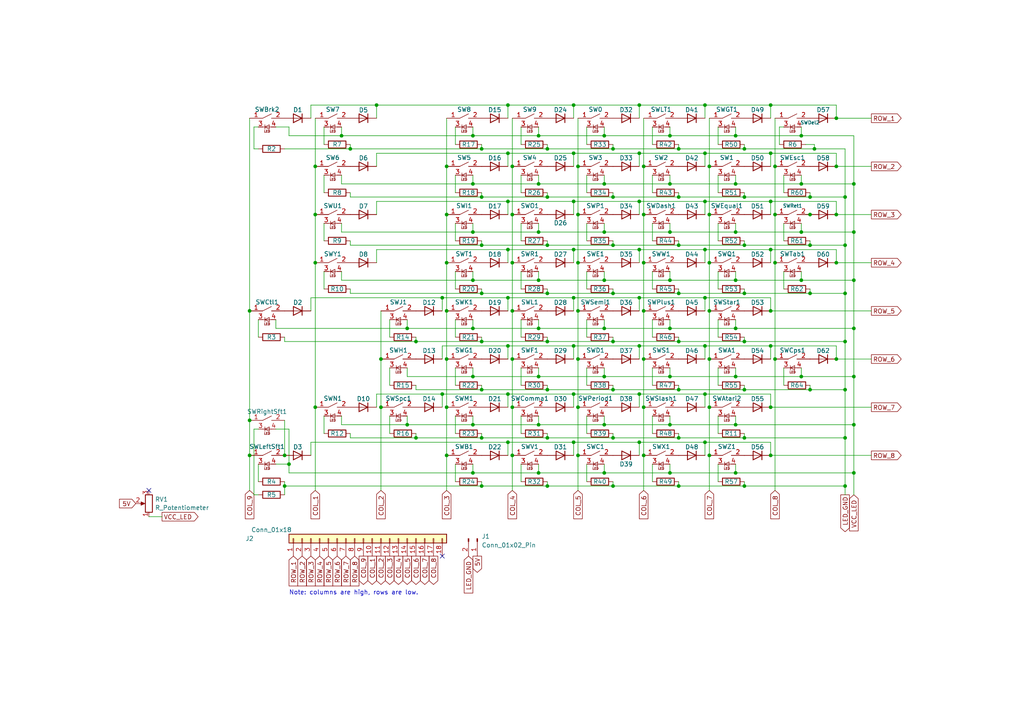
<source format=kicad_sch>
(kicad_sch (version 20250114) (generator "eeschema") (generator_version "9.0")
  (paper "A4")
  (title_block (title "Decent800 Keyboard") (date "2025-05-28") (rev "3M") (company "Decent Consulting"))
  (text "Note: columns are high, rows are low." (at 83.82 172.72 0) (effects (font (size 1.27 1.27)) (justify left bottom)))
  (junction (at 156.21 123.19))
  (junction (at 223.52 72.39))
  (junction (at 72.39 90.17))
  (junction (at 204.47 30.48))
  (junction (at 185.42 72.39))
  (junction (at 215.9 127))
  (junction (at 158.75 99.06))
  (junction (at 205.74 132.08))
  (junction (at 147.32 86.36))
  (junction (at 205.74 90.17))
  (junction (at 196.85 71.12))
  (junction (at 91.44 118.11))
  (junction (at 109.22 30.48))
  (junction (at 205.74 48.26))
  (junction (at 99.06 39.37))
  (junction (at 245.11 140.97))
  (junction (at 177.8 140.97))
  (junction (at 223.52 90.17))
  (junction (at 247.65 53.34))
  (junction (at 139.7 85.09))
  (junction (at 156.21 53.34))
  (junction (at 196.85 127))
  (junction (at 186.69 48.26))
  (junction (at 158.75 113.03))
  (junction (at 224.79 62.23))
  (junction (at 166.37 58.42))
  (junction (at 129.54 76.2))
  (junction (at 205.74 62.23))
  (junction (at 137.16 137.16))
  (junction (at 147.32 30.48))
  (junction (at 185.42 86.36))
  (junction (at 236.22 43.18))
  (junction (at 148.59 132.08))
  (junction (at 139.7 140.97))
  (junction (at 129.54 132.08))
  (junction (at 196.85 140.97))
  (junction (at 148.59 48.26))
  (junction (at 185.42 114.3))
  (junction (at 166.37 86.36))
  (junction (at 215.9 57.15))
  (junction (at 223.52 118.11))
  (junction (at 194.31 137.16))
  (junction (at 147.32 58.42))
  (junction (at 215.9 140.97))
  (junction (at 158.75 43.18))
  (junction (at 194.31 53.34))
  (junction (at 148.59 104.14))
  (junction (at 204.47 72.39))
  (junction (at 242.57 48.26))
  (junction (at 91.44 76.2))
  (junction (at 247.65 67.31))
  (junction (at 175.26 137.16))
  (junction (at 158.75 140.97))
  (junction (at 137.16 67.31))
  (junction (at 156.21 95.25))
  (junction (at 215.9 85.09))
  (junction (at 166.37 30.48))
  (junction (at 129.54 90.17))
  (junction (at 245.11 113.03))
  (junction (at 128.27 86.36))
  (junction (at 139.7 127))
  (junction (at 204.47 128.27))
  (junction (at 194.31 123.19))
  (junction (at 118.11 95.25))
  (junction (at 196.85 99.06))
  (junction (at 175.26 81.28))
  (junction (at 139.7 71.12))
  (junction (at 166.37 114.3))
  (junction (at 204.47 44.45))
  (junction (at 186.69 104.14))
  (junction (at 177.8 85.09))
  (junction (at 175.26 95.25))
  (junction (at 156.21 67.31))
  (junction (at 215.9 71.12))
  (junction (at 196.85 113.03))
  (junction (at 215.9 113.03))
  (junction (at 110.49 118.11))
  (junction (at 247.65 95.25))
  (junction (at 242.57 76.2))
  (junction (at 83.82 134.62))
  (junction (at 139.7 57.15))
  (junction (at 148.59 62.23))
  (junction (at 158.75 127))
  (junction (at 147.32 72.39))
  (junction (at 175.26 39.37))
  (junction (at 129.54 118.11))
  (junction (at 129.54 48.26))
  (junction (at 232.41 81.28))
  (junction (at 194.31 81.28))
  (junction (at 158.75 71.12))
  (junction (at 196.85 57.15))
  (junction (at 120.65 99.06))
  (junction (at 167.64 132.08))
  (junction (at 91.44 62.23))
  (junction (at 224.79 48.26))
  (junction (at 137.16 81.28))
  (junction (at 232.41 109.22))
  (junction (at 234.95 57.15))
  (junction (at 194.31 109.22))
  (junction (at 234.95 71.12))
  (junction (at 167.64 62.23))
  (junction (at 139.7 43.18))
  (junction (at 215.9 43.18))
  (junction (at 242.57 62.23))
  (junction (at 110.49 104.14))
  (junction (at 167.64 118.11))
  (junction (at 185.42 30.48))
  (junction (at 196.85 43.18))
  (junction (at 213.36 67.31))
  (junction (at 147.32 114.3))
  (junction (at 177.8 113.03))
  (junction (at 177.8 43.18))
  (junction (at 147.32 100.33))
  (junction (at 166.37 44.45))
  (junction (at 186.69 62.23))
  (junction (at 247.65 109.22))
  (junction (at 245.11 71.12))
  (junction (at 194.31 95.25))
  (junction (at 148.59 118.11))
  (junction (at 245.11 127))
  (junction (at 148.59 76.2))
  (junction (at 245.11 85.09))
  (junction (at 194.31 67.31))
  (junction (at 205.74 76.2))
  (junction (at 175.26 123.19))
  (junction (at 245.11 99.06))
  (junction (at 224.79 76.2))
  (junction (at 128.27 114.3))
  (junction (at 186.69 118.11))
  (junction (at 120.65 127))
  (junction (at 129.54 62.23))
  (junction (at 223.52 44.45))
  (junction (at 186.69 90.17))
  (junction (at 91.44 48.26))
  (junction (at 232.41 53.34))
  (junction (at 204.47 58.42))
  (junction (at 72.39 121.92))
  (junction (at 175.26 109.22))
  (junction (at 245.11 57.15))
  (junction (at 232.41 67.31))
  (junction (at 118.11 123.19))
  (junction (at 167.64 90.17))
  (junction (at 223.52 100.33))
  (junction (at 167.64 76.2))
  (junction (at 223.52 58.42))
  (junction (at 158.75 57.15))
  (junction (at 185.42 58.42))
  (junction (at 247.65 137.16))
  (junction (at 166.37 72.39))
  (junction (at 213.36 123.19))
  (junction (at 204.47 86.36))
  (junction (at 242.57 34.29))
  (junction (at 213.36 109.22))
  (junction (at 177.8 57.15))
  (junction (at 137.16 53.34))
  (junction (at 205.74 118.11))
  (junction (at 223.52 132.08))
  (junction (at 232.41 39.37))
  (junction (at 213.36 39.37))
  (junction (at 166.37 128.27))
  (junction (at 186.69 132.08))
  (junction (at 223.52 30.48))
  (junction (at 82.55 132.08))
  (junction (at 215.9 99.06))
  (junction (at 167.64 48.26))
  (junction (at 158.75 85.09))
  (junction (at 205.74 104.14))
  (junction (at 137.16 123.19))
  (junction (at 137.16 109.22))
  (junction (at 156.21 137.16))
  (junction (at 247.65 81.28))
  (junction (at 204.47 114.3))
  (junction (at 156.21 109.22))
  (junction (at 177.8 127))
  (junction (at 213.36 137.16))
  (junction (at 156.21 39.37))
  (junction (at 186.69 76.2))
  (junction (at 224.79 104.14))
  (junction (at 234.95 113.03))
  (junction (at 213.36 95.25))
  (junction (at 234.95 85.09))
  (junction (at 148.59 90.17))
  (junction (at 185.42 44.45))
  (junction (at 242.57 104.14))
  (junction (at 185.42 128.27))
  (junction (at 204.47 100.33))
  (junction (at 175.26 67.31))
  (junction (at 166.37 100.33))
  (junction (at 156.21 81.28))
  (junction (at 147.32 44.45))
  (junction (at 196.85 85.09))
  (junction (at 177.8 99.06))
  (junction (at 247.65 123.19))
  (junction (at 185.42 100.33))
  (junction (at 167.64 104.14))
  (junction (at 147.32 128.27))
  (junction (at 213.36 53.34))
  (junction (at 175.26 53.34))
  (junction (at 137.16 95.25))
  (junction (at 101.6 43.18))
  (junction (at 82.55 140.97))
  (junction (at 177.8 71.12))
  (junction (at 194.31 39.37))
  (junction (at 213.36 81.28))
  (junction (at 139.7 99.06))
  (junction (at 137.16 39.37))
  (junction (at 234.95 62.23))
  (junction (at 72.39 132.08))
  (junction (at 139.7 113.03))
  (junction (at 129.54 104.14))
  (no_connect (at 43.18 142.24))
  (no_connect (at 128.27 161.29))
  (wire (pts (xy 156.21 95.25) (xy 156.21 92.71)))
  (wire (pts (xy 204.47 58.42) (xy 223.52 58.42)))
  (wire (pts (xy 223.52 72.39) (xy 242.57 72.39)))
  (wire (pts (xy 196.85 85.09) (xy 177.8 85.09)))
  (wire (pts (xy 73.66 124.46) (xy 73.66 143.51)))
  (wire (pts (xy 185.42 58.42) (xy 204.47 58.42)))
  (wire (pts (xy 227.33 106.68) (xy 227.33 111.76)))
  (wire (pts (xy 158.75 85.09) (xy 139.7 85.09)))
  (wire (pts (xy 177.8 71.12) (xy 177.8 69.85)))
  (wire (pts (xy 223.52 44.45) (xy 242.57 44.45)))
  (wire (pts (xy 208.28 120.65) (xy 208.28 125.73)))
  (wire (pts (xy 213.36 106.68) (xy 213.36 109.22)))
  (wire (pts (xy 148.59 62.23) (xy 148.59 76.2)))
  (wire (pts (xy 232.41 39.37) (xy 213.36 39.37)))
  (wire (pts (xy 196.85 111.76) (xy 196.85 113.03)))
  (wire (pts (xy 93.98 78.74) (xy 93.98 83.82)))
  (wire (pts (xy 82.55 140.97) (xy 82.55 143.51)))
  (wire (pts (xy 223.52 58.42) (xy 223.52 62.23)))
  (wire (pts (xy 147.32 30.48) (xy 147.32 34.29)))
  (wire (pts (xy 156.21 53.34) (xy 137.16 53.34)))
  (wire (pts (xy 204.47 128.27) (xy 204.47 132.08)))
  (wire (pts (xy 129.54 34.29) (xy 129.54 48.26)))
  (wire (pts (xy 224.79 34.29) (xy 224.79 48.26)))
  (wire (pts (xy 194.31 106.68) (xy 194.31 109.22)))
  (wire (pts (xy 109.22 76.2) (xy 109.22 72.39)))
  (wire (pts (xy 208.28 36.83) (xy 208.28 41.91)))
  (wire (pts (xy 158.75 57.15) (xy 139.7 57.15)))
  (wire (pts (xy 156.21 137.16) (xy 156.21 134.62)))
  (wire (pts (xy 234.95 85.09) (xy 245.11 85.09)))
  (wire (pts (xy 232.41 109.22) (xy 247.65 109.22)))
  (wire (pts (xy 156.21 67.31) (xy 156.21 64.77)))
  (wire (pts (xy 245.11 140.97) (xy 245.11 143.51)))
  (wire (pts (xy 196.85 97.79) (xy 196.85 99.06)))
  (wire (pts (xy 223.52 86.36) (xy 223.52 90.17)))
  (wire (pts (xy 247.65 109.22) (xy 247.65 123.19)))
  (wire (pts (xy 227.33 36.83) (xy 226.06 36.83)))
  (wire (pts (xy 118.11 109.22) (xy 118.11 106.68)))
  (wire (pts (xy 196.85 125.73) (xy 196.85 127)))
  (wire (pts (xy 196.85 57.15) (xy 215.9 57.15)))
  (wire (pts (xy 175.26 67.31) (xy 175.26 64.77)))
  (wire (pts (xy 177.8 140.97) (xy 177.8 139.7)))
  (wire (pts (xy 167.64 34.29) (xy 167.64 48.26)))
  (wire (pts (xy 139.7 99.06) (xy 120.65 99.06)))
  (wire (pts (xy 90.17 86.36) (xy 128.27 86.36)))
  (wire (pts (xy 177.8 41.91) (xy 177.8 43.18)))
  (wire (pts (xy 208.28 92.71) (xy 208.28 97.79)))
  (wire (pts (xy 194.31 78.74) (xy 194.31 81.28)))
  (wire (pts (xy 186.69 90.17) (xy 186.69 104.14)))
  (wire (pts (xy 196.85 113.03) (xy 215.9 113.03)))
  (wire (pts (xy 137.16 95.25) (xy 137.16 92.71)))
  (wire (pts (xy 151.13 134.62) (xy 151.13 139.7)))
  (wire (pts (xy 147.32 86.36) (xy 166.37 86.36)))
  (wire (pts (xy 224.79 76.2) (xy 224.79 104.14)))
  (wire (pts (xy 213.36 137.16) (xy 194.31 137.16)))
  (wire (pts (xy 156.21 123.19) (xy 137.16 123.19)))
  (wire (pts (xy 90.17 132.08) (xy 90.17 128.27)))
  (wire (pts (xy 156.21 81.28) (xy 156.21 78.74)))
  (wire (pts (xy 247.65 81.28) (xy 247.65 95.25)))
  (wire (pts (xy 109.22 114.3) (xy 128.27 114.3)))
  (wire (pts (xy 91.44 76.2) (xy 91.44 118.11)))
  (wire (pts (xy 175.26 53.34) (xy 156.21 53.34)))
  (wire (pts (xy 128.27 114.3) (xy 147.32 114.3)))
  (wire (pts (xy 166.37 72.39) (xy 185.42 72.39)))
  (wire (pts (xy 93.98 36.83) (xy 93.98 41.91)))
  (wire (pts (xy 158.75 43.18) (xy 139.7 43.18)))
  (wire (pts (xy 196.85 127) (xy 177.8 127)))
  (wire (pts (xy 109.22 30.48) (xy 147.32 30.48)))
  (wire (pts (xy 83.82 137.16) (xy 137.16 137.16)))
  (wire (pts (xy 151.13 120.65) (xy 151.13 125.73)))
  (wire (pts (xy 208.28 64.77) (xy 208.28 69.85)))
  (wire (pts (xy 186.69 48.26) (xy 186.69 62.23)))
  (wire (pts (xy 148.59 118.11) (xy 148.59 132.08)))
  (wire (pts (xy 213.36 67.31) (xy 232.41 67.31)))
  (wire (pts (xy 90.17 90.17) (xy 90.17 86.36)))
  (wire (pts (xy 242.57 76.2) (xy 252.73 76.2)))
  (wire (pts (xy 196.85 140.97) (xy 177.8 140.97)))
  (wire (pts (xy 185.42 58.42) (xy 185.42 62.23)))
  (wire (pts (xy 186.69 76.2) (xy 186.69 90.17)))
  (wire (pts (xy 83.82 134.62) (xy 83.82 137.16)))
  (wire (pts (xy 213.36 81.28) (xy 213.36 78.74)))
  (wire (pts (xy 227.33 64.77) (xy 227.33 69.85)))
  (wire (pts (xy 132.08 92.71) (xy 132.08 97.79)))
  (wire (pts (xy 74.93 134.62) (xy 74.93 139.7)))
  (wire (pts (xy 189.23 78.74) (xy 189.23 83.82)))
  (wire (pts (xy 213.36 137.16) (xy 213.36 134.62)))
  (wire (pts (xy 151.13 106.68) (xy 151.13 111.76)))
  (wire (pts (xy 147.32 86.36) (xy 147.32 90.17)))
  (wire (pts (xy 213.36 92.71) (xy 213.36 95.25)))
  (wire (pts (xy 177.8 127) (xy 177.8 125.73)))
  (wire (pts (xy 80.01 95.25) (xy 118.11 95.25)))
  (wire (pts (xy 166.37 128.27) (xy 185.42 128.27)))
  (wire (pts (xy 215.9 43.18) (xy 215.9 41.91)))
  (wire (pts (xy 175.26 81.28) (xy 175.26 78.74)))
  (wire (pts (xy 158.75 99.06) (xy 139.7 99.06)))
  (wire (pts (xy 215.9 99.06) (xy 245.11 99.06)))
  (wire (pts (xy 158.75 43.18) (xy 158.75 41.91)))
  (wire (pts (xy 175.26 81.28) (xy 156.21 81.28)))
  (wire (pts (xy 101.6 43.18) (xy 101.6 41.91)))
  (wire (pts (xy 204.47 44.45) (xy 204.47 48.26)))
  (wire (pts (xy 83.82 124.46) (xy 83.82 134.62)))
  (wire (pts (xy 158.75 99.06) (xy 158.75 97.79)))
  (wire (pts (xy 177.8 43.18) (xy 196.85 43.18)))
  (wire (pts (xy 156.21 95.25) (xy 137.16 95.25)))
  (wire (pts (xy 213.36 53.34) (xy 232.41 53.34)))
  (wire (pts (xy 166.37 58.42) (xy 185.42 58.42)))
  (wire (pts (xy 177.8 57.15) (xy 196.85 57.15)))
  (wire (pts (xy 245.11 57.15) (xy 245.11 71.12)))
  (wire (pts (xy 101.6 85.09) (xy 101.6 83.82)))
  (wire (pts (xy 72.39 121.92) (xy 72.39 132.08)))
  (wire (pts (xy 196.85 57.15) (xy 196.85 55.88)))
  (wire (pts (xy 245.11 85.09) (xy 245.11 99.06)))
  (wire (pts (xy 167.64 62.23) (xy 167.64 76.2)))
  (wire (pts (xy 139.7 43.18) (xy 139.7 41.91)))
  (wire (pts (xy 109.22 48.26) (xy 109.22 44.45)))
  (wire (pts (xy 177.8 127) (xy 158.75 127)))
  (wire (pts (xy 194.31 137.16) (xy 175.26 137.16)))
  (wire (pts (xy 91.44 118.11) (xy 91.44 142.24)))
  (wire (pts (xy 215.9 140.97) (xy 245.11 140.97)))
  (wire (pts (xy 205.74 104.14) (xy 205.74 118.11)))
  (wire (pts (xy 166.37 86.36) (xy 166.37 90.17)))
  (wire (pts (xy 118.11 95.25) (xy 118.11 92.71)))
  (wire (pts (xy 90.17 30.48) (xy 109.22 30.48)))
  (wire (pts (xy 137.16 109.22) (xy 137.16 106.68)))
  (wire (pts (xy 185.42 30.48) (xy 204.47 30.48)))
  (wire (pts (xy 80.01 92.71) (xy 80.01 95.25)))
  (wire (pts (xy 132.08 120.65) (xy 132.08 125.73)))
  (wire (pts (xy 147.32 72.39) (xy 166.37 72.39)))
  (wire (pts (xy 204.47 72.39) (xy 204.47 76.2)))
  (wire (pts (xy 213.36 123.19) (xy 247.65 123.19)))
  (wire (pts (xy 147.32 100.33) (xy 166.37 100.33)))
  (wire (pts (xy 128.27 100.33) (xy 147.32 100.33)))
  (wire (pts (xy 189.23 64.77) (xy 189.23 69.85)))
  (wire (pts (xy 227.33 78.74) (xy 227.33 83.82)))
  (wire (pts (xy 196.85 113.03) (xy 177.8 113.03)))
  (wire (pts (xy 194.31 53.34) (xy 175.26 53.34)))
  (wire (pts (xy 213.36 95.25) (xy 247.65 95.25)))
  (wire (pts (xy 223.52 128.27) (xy 223.52 132.08)))
  (wire (pts (xy 234.95 55.88) (xy 234.95 57.15)))
  (wire (pts (xy 223.52 72.39) (xy 223.52 76.2)))
  (wire (pts (xy 167.64 76.2) (xy 167.64 90.17)))
  (wire (pts (xy 166.37 30.48) (xy 185.42 30.48)))
  (wire (pts (xy 166.37 86.36) (xy 185.42 86.36)))
  (wire (pts (xy 73.66 143.51) (xy 74.93 143.51)))
  (wire (pts (xy 166.37 58.42) (xy 166.37 62.23)))
  (wire (pts (xy 137.16 109.22) (xy 118.11 109.22)))
  (wire (pts (xy 223.52 44.45) (xy 223.52 48.26)))
  (wire (pts (xy 234.95 71.12) (xy 245.11 71.12)))
  (wire (pts (xy 204.47 86.36) (xy 204.47 90.17)))
  (wire (pts (xy 166.37 114.3) (xy 185.42 114.3)))
  (wire (pts (xy 232.41 81.28) (xy 247.65 81.28)))
  (wire (pts (xy 204.47 58.42) (xy 204.47 62.23)))
  (wire (pts (xy 132.08 64.77) (xy 132.08 69.85)))
  (wire (pts (xy 185.42 128.27) (xy 185.42 132.08)))
  (wire (pts (xy 129.54 48.26) (xy 129.54 62.23)))
  (wire (pts (xy 247.65 137.16) (xy 247.65 143.51)))
  (wire (pts (xy 175.26 123.19) (xy 156.21 123.19)))
  (wire (pts (xy 185.42 128.27) (xy 204.47 128.27)))
  (wire (pts (xy 223.52 100.33) (xy 223.52 104.14)))
  (wire (pts (xy 213.36 50.8) (xy 213.36 53.34)))
  (wire (pts (xy 139.7 127) (xy 120.65 127)))
  (wire (pts (xy 196.85 43.18) (xy 215.9 43.18)))
  (wire (pts (xy 73.66 36.83) (xy 74.93 36.83)))
  (wire (pts (xy 151.13 78.74) (xy 151.13 83.82)))
  (wire (pts (xy 175.26 95.25) (xy 175.26 92.71)))
  (wire (pts (xy 194.31 92.71) (xy 194.31 95.25)))
  (wire (pts (xy 194.31 67.31) (xy 175.26 67.31)))
  (wire (pts (xy 147.32 44.45) (xy 147.32 48.26)))
  (wire (pts (xy 204.47 86.36) (xy 223.52 86.36)))
  (wire (pts (xy 147.32 58.42) (xy 147.32 62.23)))
  (wire (pts (xy 226.06 36.83) (xy 226.06 41.91)))
  (wire (pts (xy 101.6 57.15) (xy 101.6 55.88)))
  (wire (pts (xy 245.11 71.12) (xy 245.11 85.09)))
  (wire (pts (xy 194.31 123.19) (xy 175.26 123.19)))
  (wire (pts (xy 177.8 85.09) (xy 158.75 85.09)))
  (wire (pts (xy 72.39 90.17) (xy 72.39 121.92)))
  (wire (pts (xy 242.57 44.45) (xy 242.57 48.26)))
  (wire (pts (xy 223.52 114.3) (xy 223.52 118.11)))
  (wire (pts (xy 148.59 48.26) (xy 148.59 62.23)))
  (wire (pts (xy 185.42 44.45) (xy 185.42 48.26)))
  (wire (pts (xy 213.36 81.28) (xy 232.41 81.28)))
  (wire (pts (xy 223.52 58.42) (xy 242.57 58.42)))
  (wire (pts (xy 91.44 48.26) (xy 91.44 62.23)))
  (wire (pts (xy 185.42 114.3) (xy 204.47 114.3)))
  (wire (pts (xy 208.28 50.8) (xy 208.28 55.88)))
  (wire (pts (xy 158.75 140.97) (xy 158.75 139.7)))
  (wire (pts (xy 113.03 106.68) (xy 113.03 111.76)))
  (wire (pts (xy 137.16 123.19) (xy 137.16 120.65)))
  (wire (pts (xy 91.44 34.29) (xy 91.44 48.26)))
  (wire (pts (xy 167.64 48.26) (xy 167.64 62.23)))
  (wire (pts (xy 204.47 114.3) (xy 223.52 114.3)))
  (wire (pts (xy 93.98 50.8) (xy 93.98 55.88)))
  (wire (pts (xy 185.42 100.33) (xy 185.42 104.14)))
  (wire (pts (xy 175.26 137.16) (xy 156.21 137.16)))
  (wire (pts (xy 242.57 30.48) (xy 242.57 34.29)))
  (wire (pts (xy 101.6 69.85) (xy 101.6 71.12)))
  (wire (pts (xy 215.9 71.12) (xy 234.95 71.12)))
  (wire (pts (xy 208.28 106.68) (xy 208.28 111.76)))
  (wire (pts (xy 128.27 86.36) (xy 128.27 90.17)))
  (wire (pts (xy 213.36 67.31) (xy 213.36 64.77)))
  (wire (pts (xy 186.69 118.11) (xy 186.69 132.08)))
  (wire (pts (xy 236.22 43.18) (xy 245.11 43.18)))
  (wire (pts (xy 177.8 113.03) (xy 158.75 113.03)))
  (wire (pts (xy 147.32 128.27) (xy 166.37 128.27)))
  (wire (pts (xy 204.47 30.48) (xy 223.52 30.48)))
  (wire (pts (xy 83.82 36.83) (xy 83.82 39.37)))
  (wire (pts (xy 223.52 100.33) (xy 242.57 100.33)))
  (wire (pts (xy 118.11 123.19) (xy 118.11 120.65)))
  (wire (pts (xy 99.06 39.37) (xy 99.06 36.83)))
  (wire (pts (xy 175.26 123.19) (xy 175.26 120.65)))
  (wire (pts (xy 113.03 92.71) (xy 113.03 97.79)))
  (wire (pts (xy 186.69 34.29) (xy 186.69 48.26)))
  (wire (pts (xy 215.9 111.76) (xy 215.9 113.03)))
  (wire (pts (xy 177.8 99.06) (xy 177.8 97.79)))
  (wire (pts (xy 137.16 123.19) (xy 118.11 123.19)))
  (wire (pts (xy 132.08 36.83) (xy 132.08 41.91)))
  (wire (pts (xy 194.31 109.22) (xy 175.26 109.22)))
  (wire (pts (xy 158.75 127) (xy 139.7 127)))
  (wire (pts (xy 205.74 132.08) (xy 205.74 142.24)))
  (wire (pts (xy 74.93 124.46) (xy 73.66 124.46)))
  (wire (pts (xy 236.22 41.91) (xy 236.22 43.18)))
  (wire (pts (xy 99.06 39.37) (xy 137.16 39.37)))
  (wire (pts (xy 213.36 109.22) (xy 232.41 109.22)))
  (wire (pts (xy 147.32 114.3) (xy 166.37 114.3)))
  (wire (pts (xy 167.64 132.08) (xy 167.64 142.24)))
  (wire (pts (xy 194.31 53.34) (xy 194.31 50.8)))
  (wire (pts (xy 175.26 39.37) (xy 175.26 36.83)))
  (wire (pts (xy 139.7 140.97) (xy 139.7 139.7)))
  (wire (pts (xy 120.65 127) (xy 101.6 127)))
  (wire (pts (xy 170.18 134.62) (xy 170.18 139.7)))
  (wire (pts (xy 158.75 113.03) (xy 139.7 113.03)))
  (wire (pts (xy 82.55 43.18) (xy 101.6 43.18)))
  (wire (pts (xy 247.65 95.25) (xy 247.65 109.22)))
  (wire (pts (xy 128.27 86.36) (xy 147.32 86.36)))
  (wire (pts (xy 177.8 85.09) (xy 177.8 83.82)))
  (wire (pts (xy 242.57 48.26) (xy 252.73 48.26)))
  (wire (pts (xy 194.31 39.37) (xy 175.26 39.37)))
  (wire (pts (xy 232.41 67.31) (xy 247.65 67.31)))
  (wire (pts (xy 196.85 71.12) (xy 215.9 71.12)))
  (wire (pts (xy 196.85 41.91) (xy 196.85 43.18)))
  (wire (pts (xy 156.21 109.22) (xy 156.21 106.68)))
  (wire (pts (xy 205.74 90.17) (xy 205.74 104.14)))
  (wire (pts (xy 234.95 71.12) (xy 234.95 69.85)))
  (wire (pts (xy 158.75 85.09) (xy 158.75 83.82)))
  (wire (pts (xy 82.55 140.97) (xy 139.7 140.97)))
  (wire (pts (xy 139.7 71.12) (xy 158.75 71.12)))
  (wire (pts (xy 170.18 50.8) (xy 170.18 55.88)))
  (wire (pts (xy 204.47 44.45) (xy 223.52 44.45)))
  (wire (pts (xy 120.65 113.03) (xy 120.65 111.76)))
  (wire (pts (xy 166.37 128.27) (xy 166.37 132.08)))
  (wire (pts (xy 204.47 114.3) (xy 204.47 118.11)))
  (wire (pts (xy 110.49 118.11) (xy 110.49 142.24)))
  (wire (pts (xy 80.01 134.62) (xy 83.82 134.62)))
  (wire (pts (xy 113.03 120.65) (xy 113.03 125.73)))
  (wire (pts (xy 215.9 57.15) (xy 215.9 55.88)))
  (wire (pts (xy 175.26 95.25) (xy 156.21 95.25)))
  (wire (pts (xy 242.57 34.29) (xy 252.73 34.29)))
  (wire (pts (xy 137.16 53.34) (xy 99.06 53.34)))
  (wire (pts (xy 167.64 104.14) (xy 167.64 118.11)))
  (wire (pts (xy 158.75 71.12) (xy 158.75 69.85)))
  (wire (pts (xy 99.06 53.34) (xy 99.06 50.8)))
  (wire (pts (xy 158.75 140.97) (xy 139.7 140.97)))
  (wire (pts (xy 170.18 120.65) (xy 170.18 125.73)))
  (wire (pts (xy 196.85 127) (xy 215.9 127)))
  (wire (pts (xy 234.95 57.15) (xy 245.11 57.15)))
  (wire (pts (xy 158.75 55.88) (xy 158.75 57.15)))
  (wire (pts (xy 80.01 124.46) (xy 83.82 124.46)))
  (wire (pts (xy 128.27 114.3) (xy 128.27 118.11)))
  (wire (pts (xy 196.85 99.06) (xy 177.8 99.06)))
  (wire (pts (xy 110.49 90.17) (xy 110.49 104.14)))
  (wire (pts (xy 170.18 78.74) (xy 170.18 83.82)))
  (wire (pts (xy 137.16 53.34) (xy 137.16 50.8)))
  (wire (pts (xy 132.08 50.8) (xy 132.08 55.88)))
  (wire (pts (xy 204.47 100.33) (xy 204.47 104.14)))
  (wire (pts (xy 99.06 123.19) (xy 99.06 120.65)))
  (wire (pts (xy 129.54 62.23) (xy 129.54 76.2)))
  (wire (pts (xy 205.74 34.29) (xy 205.74 48.26)))
  (wire (pts (xy 129.54 132.08) (xy 129.54 142.24)))
  (wire (pts (xy 177.8 43.18) (xy 158.75 43.18)))
  (wire (pts (xy 213.36 53.34) (xy 194.31 53.34)))
  (wire (pts (xy 137.16 137.16) (xy 137.16 134.62)))
  (wire (pts (xy 204.47 100.33) (xy 223.52 100.33)))
  (wire (pts (xy 196.85 85.09) (xy 215.9 85.09)))
  (wire (pts (xy 93.98 120.65) (xy 93.98 125.73)))
  (wire (pts (xy 215.9 85.09) (xy 215.9 83.82)))
  (wire (pts (xy 232.41 53.34) (xy 247.65 53.34)))
  (wire (pts (xy 215.9 43.18) (xy 236.22 43.18)))
  (wire (pts (xy 175.26 109.22) (xy 156.21 109.22)))
  (wire (pts (xy 177.8 113.03) (xy 177.8 111.76)))
  (wire (pts (xy 80.01 36.83) (xy 83.82 36.83)))
  (wire (pts (xy 90.17 34.29) (xy 90.17 30.48)))
  (wire (pts (xy 234.95 113.03) (xy 245.11 113.03)))
  (wire (pts (xy 223.52 132.08) (xy 252.73 132.08)))
  (wire (pts (xy 196.85 140.97) (xy 196.85 139.7)))
  (wire (pts (xy 205.74 118.11) (xy 205.74 132.08)))
  (wire (pts (xy 232.41 81.28) (xy 232.41 78.74)))
  (wire (pts (xy 213.36 137.16) (xy 247.65 137.16)))
  (wire (pts (xy 139.7 113.03) (xy 139.7 111.76)))
  (wire (pts (xy 147.32 128.27) (xy 147.32 132.08)))
  (wire (pts (xy 147.32 114.3) (xy 147.32 118.11)))
  (wire (pts (xy 185.42 44.45) (xy 204.47 44.45)))
  (wire (pts (xy 148.59 34.29) (xy 148.59 48.26)))
  (wire (pts (xy 109.22 58.42) (xy 147.32 58.42)))
  (wire (pts (xy 139.7 113.03) (xy 120.65 113.03)))
  (wire (pts (xy 101.6 71.12) (xy 139.7 71.12)))
  (wire (pts (xy 148.59 132.08) (xy 148.59 142.24)))
  (wire (pts (xy 186.69 132.08) (xy 186.69 142.24)))
  (wire (pts (xy 196.85 71.12) (xy 196.85 69.85)))
  (wire (pts (xy 90.17 128.27) (xy 147.32 128.27)))
  (wire (pts (xy 151.13 50.8) (xy 151.13 55.88)))
  (wire (pts (xy 177.8 71.12) (xy 196.85 71.12)))
  (wire (pts (xy 186.69 104.14) (xy 186.69 118.11)))
  (wire (pts (xy 205.74 48.26) (xy 205.74 62.23)))
  (wire (pts (xy 156.21 67.31) (xy 137.16 67.31)))
  (wire (pts (xy 215.9 140.97) (xy 196.85 140.97)))
  (wire (pts (xy 196.85 83.82) (xy 196.85 85.09)))
  (wire (pts (xy 158.75 127) (xy 158.75 125.73)))
  (wire (pts (xy 120.65 127) (xy 120.65 125.73)))
  (wire (pts (xy 232.41 36.83) (xy 232.41 39.37)))
  (wire (pts (xy 189.23 120.65) (xy 189.23 125.73)))
  (wire (pts (xy 167.64 118.11) (xy 167.64 132.08)))
  (wire (pts (xy 118.11 123.19) (xy 99.06 123.19)))
  (wire (pts (xy 156.21 39.37) (xy 156.21 36.83)))
  (wire (pts (xy 177.8 57.15) (xy 177.8 55.88)))
  (wire (pts (xy 234.95 85.09) (xy 234.95 83.82)))
  (wire (pts (xy 215.9 113.03) (xy 234.95 113.03)))
  (wire (pts (xy 224.79 104.14) (xy 224.79 142.24)))
  (wire (pts (xy 82.55 97.79) (xy 82.55 99.06)))
  (wire (pts (xy 132.08 106.68) (xy 132.08 111.76)))
  (wire (pts (xy 120.65 99.06) (xy 120.65 97.79)))
  (wire (pts (xy 99.06 67.31) (xy 99.06 64.77)))
  (wire (pts (xy 227.33 50.8) (xy 227.33 55.88)))
  (wire (pts (xy 82.55 121.92) (xy 82.55 132.08)))
  (wire (pts (xy 194.31 137.16) (xy 194.31 134.62)))
  (wire (pts (xy 72.39 34.29) (xy 72.39 90.17)))
  (wire (pts (xy 205.74 76.2) (xy 205.74 90.17)))
  (wire (pts (xy 177.8 140.97) (xy 158.75 140.97)))
  (wire (pts (xy 205.74 62.23) (xy 205.74 76.2)))
  (wire (pts (xy 247.65 53.34) (xy 247.65 67.31)))
  (wire (pts (xy 215.9 125.73) (xy 215.9 127)))
  (wire (pts (xy 194.31 123.19) (xy 194.31 120.65)))
  (wire (pts (xy 194.31 123.19) (xy 213.36 123.19)))
  (wire (pts (xy 185.42 86.36) (xy 185.42 90.17)))
  (wire (pts (xy 224.79 48.26) (xy 224.79 62.23)))
  (wire (pts (xy 158.75 113.03) (xy 158.75 111.76)))
  (wire (pts (xy 166.37 114.3) (xy 166.37 118.11)))
  (wire (pts (xy 247.65 39.37) (xy 247.65 53.34)))
  (wire (pts (xy 194.31 81.28) (xy 175.26 81.28)))
  (wire (pts (xy 93.98 64.77) (xy 93.98 69.85)))
  (wire (pts (xy 189.23 134.62) (xy 189.23 139.7)))
  (wire (pts (xy 213.36 120.65) (xy 213.36 123.19)))
  (wire (pts (xy 232.41 67.31) (xy 232.41 64.77)))
  (wire (pts (xy 185.42 72.39) (xy 185.42 76.2)))
  (wire (pts (xy 156.21 123.19) (xy 156.21 120.65)))
  (wire (pts (xy 170.18 106.68) (xy 170.18 111.76)))
  (wire (pts (xy 189.23 50.8) (xy 189.23 55.88)))
  (wire (pts (xy 109.22 72.39) (xy 147.32 72.39)))
  (wire (pts (xy 170.18 92.71) (xy 170.18 97.79)))
  (wire (pts (xy 74.93 92.71) (xy 74.93 97.79)))
  (wire (pts (xy 185.42 30.48) (xy 185.42 34.29)))
  (wire (pts (xy 242.57 62.23) (xy 252.73 62.23)))
  (wire (pts (xy 234.95 57.15) (xy 215.9 57.15)))
  (wire (pts (xy 194.31 109.22) (xy 213.36 109.22)))
  (wire (pts (xy 170.18 64.77) (xy 170.18 69.85)))
  (wire (pts (xy 208.28 78.74) (xy 208.28 83.82)))
  (wire (pts (xy 137.16 67.31) (xy 99.06 67.31)))
  (wire (pts (xy 233.68 62.23) (xy 234.95 62.23)))
  (wire (pts (xy 137.16 81.28) (xy 137.16 78.74)))
  (wire (pts (xy 204.47 72.39) (xy 223.52 72.39)))
  (wire (pts (xy 101.6 43.18) (xy 139.7 43.18)))
  (wire (pts (xy 109.22 44.45) (xy 147.32 44.45)))
  (wire (pts (xy 232.41 39.37) (xy 247.65 39.37)))
  (wire (pts (xy 245.11 127) (xy 245.11 140.97)))
  (wire (pts (xy 189.23 106.68) (xy 189.23 111.76)))
  (wire (pts (xy 156.21 39.37) (xy 137.16 39.37)))
  (wire (pts (xy 175.26 67.31) (xy 156.21 67.31)))
  (wire (pts (xy 110.49 104.14) (xy 110.49 118.11)))
  (wire (pts (xy 72.39 132.08) (xy 72.39 142.24)))
  (wire (pts (xy 73.66 36.83) (xy 73.66 43.18)))
  (wire (pts (xy 185.42 114.3) (xy 185.42 118.11)))
  (wire (pts (xy 245.11 43.18) (xy 245.11 57.15)))
  (wire (pts (xy 129.54 76.2) (xy 129.54 90.17)))
  (wire (pts (xy 109.22 118.11) (xy 109.22 114.3)))
  (wire (pts (xy 186.69 62.23) (xy 186.69 76.2)))
  (wire (pts (xy 139.7 85.09) (xy 139.7 83.82)))
  (wire (pts (xy 147.32 44.45) (xy 166.37 44.45)))
  (wire (pts (xy 129.54 118.11) (xy 129.54 132.08)))
  (wire (pts (xy 185.42 100.33) (xy 204.47 100.33)))
  (wire (pts (xy 156.21 109.22) (xy 137.16 109.22)))
  (wire (pts (xy 109.22 62.23) (xy 109.22 58.42)))
  (wire (pts (xy 166.37 44.45) (xy 166.37 48.26)))
  (wire (pts (xy 139.7 127) (xy 139.7 125.73)))
  (wire (pts (xy 166.37 100.33) (xy 166.37 104.14)))
  (wire (pts (xy 151.13 92.71) (xy 151.13 97.79)))
  (wire (pts (xy 158.75 71.12) (xy 177.8 71.12)))
  (wire (pts (xy 245.11 99.06) (xy 245.11 113.03)))
  (wire (pts (xy 101.6 127) (xy 101.6 125.73)))
  (wire (pts (xy 156.21 53.34) (xy 156.21 50.8)))
  (wire (pts (xy 137.16 67.31) (xy 137.16 64.77)))
  (wire (pts (xy 213.36 39.37) (xy 213.36 36.83)))
  (wire (pts (xy 129.54 90.17) (xy 129.54 104.14)))
  (wire (pts (xy 156.21 81.28) (xy 137.16 81.28)))
  (wire (pts (xy 175.26 137.16) (xy 175.26 134.62)))
  (wire (pts (xy 132.08 78.74) (xy 132.08 83.82)))
  (wire (pts (xy 151.13 36.83) (xy 151.13 41.91)))
  (wire (pts (xy 170.18 36.83) (xy 170.18 41.91)))
  (wire (pts (xy 189.23 92.71) (xy 189.23 97.79)))
  (wire (pts (xy 148.59 90.17) (xy 148.59 104.14)))
  (wire (pts (xy 208.28 134.62) (xy 208.28 139.7)))
  (wire (pts (xy 223.52 118.11) (xy 252.73 118.11)))
  (wire (pts (xy 215.9 85.09) (xy 234.95 85.09)))
  (wire (pts (xy 194.31 67.31) (xy 194.31 64.77)))
  (wire (pts (xy 245.11 113.03) (xy 245.11 127)))
  (wire (pts (xy 156.21 137.16) (xy 137.16 137.16)))
  (wire (pts (xy 166.37 44.45) (xy 185.42 44.45)))
  (wire (pts (xy 139.7 57.15) (xy 101.6 57.15)))
  (wire (pts (xy 151.13 64.77) (xy 151.13 69.85)))
  (wire (pts (xy 194.31 95.25) (xy 175.26 95.25)))
  (wire (pts (xy 223.52 90.17) (xy 252.73 90.17)))
  (wire (pts (xy 82.55 99.06) (xy 120.65 99.06)))
  (wire (pts (xy 129.54 104.14) (xy 129.54 118.11)))
  (wire (pts (xy 223.52 30.48) (xy 223.52 34.29)))
  (wire (pts (xy 232.41 109.22) (xy 232.41 106.68)))
  (wire (pts (xy 175.26 109.22) (xy 175.26 106.68)))
  (wire (pts (xy 204.47 128.27) (xy 223.52 128.27)))
  (wire (pts (xy 175.26 53.34) (xy 175.26 50.8)))
  (wire (pts (xy 185.42 86.36) (xy 204.47 86.36)))
  (wire (pts (xy 73.66 43.18) (xy 74.93 43.18)))
  (wire (pts (xy 139.7 71.12) (xy 139.7 69.85)))
  (wire (pts (xy 234.95 113.03) (xy 234.95 111.76)))
  (wire (pts (xy 215.9 127) (xy 245.11 127)))
  (wire (pts (xy 147.32 30.48) (xy 166.37 30.48)))
  (wire (pts (xy 213.36 67.31) (xy 194.31 67.31)))
  (wire (pts (xy 132.08 134.62) (xy 132.08 139.7)))
  (wire (pts (xy 194.31 81.28) (xy 213.36 81.28)))
  (wire (pts (xy 137.16 81.28) (xy 99.06 81.28)))
  (wire (pts (xy 215.9 71.12) (xy 215.9 69.85)))
  (wire (pts (xy 242.57 58.42) (xy 242.57 62.23)))
  (wire (pts (xy 194.31 95.25) (xy 213.36 95.25)))
  (wire (pts (xy 166.37 30.48) (xy 166.37 34.29)))
  (wire (pts (xy 224.79 62.23) (xy 224.79 76.2)))
  (wire (pts (xy 128.27 104.14) (xy 128.27 100.33)))
  (wire (pts (xy 242.57 100.33) (xy 242.57 104.14)))
  (wire (pts (xy 242.57 104.14) (xy 252.73 104.14)))
  (wire (pts (xy 147.32 58.42) (xy 166.37 58.42)))
  (wire (pts (xy 166.37 72.39) (xy 166.37 76.2)))
  (wire (pts (xy 215.9 97.79) (xy 215.9 99.06)))
  (wire (pts (xy 82.55 139.7) (xy 82.55 140.97)))
  (wire (pts (xy 196.85 99.06) (xy 215.9 99.06)))
  (wire (pts (xy 204.47 30.48) (xy 204.47 34.29)))
  (wire (pts (xy 83.82 39.37) (xy 99.06 39.37)))
  (wire (pts (xy 247.65 123.19) (xy 247.65 137.16)))
  (wire (pts (xy 166.37 100.33) (xy 185.42 100.33)))
  (wire (pts (xy 139.7 57.15) (xy 139.7 55.88)))
  (wire (pts (xy 43.18 149.86) (xy 46.99 149.86)))
  (wire (pts (xy 147.32 72.39) (xy 147.32 76.2)))
  (wire (pts (xy 167.64 90.17) (xy 167.64 104.14)))
  (wire (pts (xy 232.41 53.34) (xy 232.41 50.8)))
  (wire (pts (xy 137.16 39.37) (xy 137.16 36.83)))
  (wire (pts (xy 99.06 81.28) (xy 99.06 78.74)))
  (wire (pts (xy 213.36 39.37) (xy 194.31 39.37)))
  (wire (pts (xy 109.22 30.48) (xy 109.22 34.29)))
  (wire (pts (xy 158.75 57.15) (xy 177.8 57.15)))
  (wire (pts (xy 177.8 99.06) (xy 158.75 99.06)))
  (wire (pts (xy 148.59 76.2) (xy 148.59 90.17)))
  (wire (pts (xy 215.9 140.97) (xy 215.9 139.7)))
  (wire (pts (xy 189.23 36.83) (xy 189.23 41.91)))
  (wire (pts (xy 148.59 104.14) (xy 148.59 118.11)))
  (wire (pts (xy 147.32 100.33) (xy 147.32 104.14)))
  (wire (pts (xy 175.26 39.37) (xy 156.21 39.37)))
  (wire (pts (xy 139.7 85.09) (xy 101.6 85.09)))
  (wire (pts (xy 185.42 72.39) (xy 204.47 72.39)))
  (wire (pts (xy 233.68 41.91) (xy 236.22 41.91)))
  (wire (pts (xy 242.57 72.39) (xy 242.57 76.2)))
  (wire (pts (xy 139.7 99.06) (xy 139.7 97.79)))
  (wire (pts (xy 223.52 30.48) (xy 242.57 30.48)))
  (wire (pts (xy 91.44 62.23) (xy 91.44 76.2)))
  (wire (pts (xy 137.16 95.25) (xy 118.11 95.25)))
  (wire (pts (xy 247.65 67.31) (xy 247.65 81.28)))
  (wire (pts (xy 194.31 39.37) (xy 194.31 36.83)))
  (global_label "COL_5" (shape output) (at 118.11 161.29 270) (property "Intersheetrefs" "${INTERSHEET_REFS}" (effects (hide yes))))
  (global_label "COL_7" (shape input) (at 205.74 142.24 270) (property "Intersheetrefs" "${INTERSHEET_REFS}" (effects (hide yes))))
  (global_label "COL_7" (shape output) (at 123.19 161.29 270) (property "Intersheetrefs" "${INTERSHEET_REFS}" (effects (hide yes))))
  (global_label "ROW_8" (shape input) (at 102.87 161.29 270) (property "Intersheetrefs" "${INTERSHEET_REFS}" (effects (hide yes))))
  (global_label "ROW_6" (shape output) (at 252.73 104.14 0) (property "Intersheetrefs" "${INTERSHEET_REFS}" (effects (hide yes))))
  (global_label "ROW_2" (shape output) (at 252.73 48.26 0) (property "Intersheetrefs" "${INTERSHEET_REFS}" (effects (hide yes))))
  (global_label "COL_6" (shape output) (at 120.65 161.29 270) (property "Intersheetrefs" "${INTERSHEET_REFS}" (effects (hide yes))))
  (global_label "COL_8" (shape input) (at 224.79 142.24 270) (property "Intersheetrefs" "${INTERSHEET_REFS}" (effects (hide yes))))
  (global_label "ROW_1" (shape input) (at 85.09 161.29 270) (property "Intersheetrefs" "${INTERSHEET_REFS}" (effects (hide yes))))
  (global_label "ROW_8" (shape output) (at 252.73 132.08 0) (property "Intersheetrefs" "${INTERSHEET_REFS}" (effects (hide yes))))
  (global_label "VCC_LED" (shape output) (at 46.99 149.86 0) (property "Intersheetrefs" "${INTERSHEET_REFS}" (effects (hide yes))))
  (global_label "ROW_7" (shape input) (at 100.33 161.29 270) (property "Intersheetrefs" "${INTERSHEET_REFS}" (effects (hide yes))))
  (global_label "COL_3" (shape output) (at 113.03 161.29 270) (property "Intersheetrefs" "${INTERSHEET_REFS}" (effects (hide yes))))
  (global_label "ROW_3" (shape output) (at 252.73 62.23 0) (property "Intersheetrefs" "${INTERSHEET_REFS}" (effects (hide yes))))
  (global_label "ROW_6" (shape input) (at 97.79 161.29 270) (property "Intersheetrefs" "${INTERSHEET_REFS}" (effects (hide yes))))
  (global_label "COL_6" (shape input) (at 186.69 142.24 270) (property "Intersheetrefs" "${INTERSHEET_REFS}" (effects (hide yes))))
  (global_label "COL_2" (shape output) (at 110.49 161.29 270) (property "Intersheetrefs" "${INTERSHEET_REFS}" (effects (hide yes))))
  (global_label "ROW_5" (shape output) (at 252.73 90.17 0) (property "Intersheetrefs" "${INTERSHEET_REFS}" (effects (hide yes))))
  (global_label "COL_2" (shape input) (at 110.49 142.24 270) (property "Intersheetrefs" "${INTERSHEET_REFS}" (effects (hide yes))))
  (global_label "COL_1" (shape output) (at 107.95 161.29 270) (property "Intersheetrefs" "${INTERSHEET_REFS}" (effects (hide yes))))
  (global_label "ROW_4" (shape output) (at 252.73 76.2 0) (property "Intersheetrefs" "${INTERSHEET_REFS}" (effects (hide yes))))
  (global_label "COL_9" (shape input) (at 72.39 142.24 270) (property "Intersheetrefs" "${INTERSHEET_REFS}" (effects (hide yes))))
  (global_label "COL_3" (shape input) (at 129.54 142.24 270) (property "Intersheetrefs" "${INTERSHEET_REFS}" (effects (hide yes))))
  (global_label "5V" (shape output) (at 138.43 161.29 270) (property "Intersheetrefs" "${INTERSHEET_REFS}" (effects (hide yes))))
  (global_label "COL_4" (shape output) (at 115.57 161.29 270) (property "Intersheetrefs" "${INTERSHEET_REFS}" (effects (hide yes))))
  (global_label "COL_8" (shape output) (at 125.73 161.29 270) (property "Intersheetrefs" "${INTERSHEET_REFS}" (effects (hide yes))))
  (global_label "COL_9" (shape output) (at 105.41 161.29 270) (property "Intersheetrefs" "${INTERSHEET_REFS}" (effects (hide yes))))
  (global_label "COL_1" (shape input) (at 91.44 142.24 270) (property "Intersheetrefs" "${INTERSHEET_REFS}" (effects (hide yes))))
  (global_label "ROW_5" (shape input) (at 95.25 161.29 270) (property "Intersheetrefs" "${INTERSHEET_REFS}" (effects (hide yes))))
  (global_label "VCC_LED" (shape input) (at 247.65 143.51 270) (property "Intersheetrefs" "${INTERSHEET_REFS}" (effects (hide yes))))
  (global_label "COL_5" (shape input) (at 167.64 142.24 270) (property "Intersheetrefs" "${INTERSHEET_REFS}" (effects (hide yes))))
  (global_label "ROW_1" (shape output) (at 252.73 34.29 0) (property "Intersheetrefs" "${INTERSHEET_REFS}" (effects (hide yes))))
  (global_label "ROW_3" (shape input) (at 90.17 161.29 270) (property "Intersheetrefs" "${INTERSHEET_REFS}" (effects (hide yes))))
  (global_label "5V" (shape input) (at 39.37 146.05 180) (property "Intersheetrefs" "${INTERSHEET_REFS}" (effects (hide yes))))
  (global_label "ROW_7" (shape output) (at 252.73 118.11 0) (property "Intersheetrefs" "${INTERSHEET_REFS}" (effects (hide yes))))
  (global_label "LED_GND" (shape output) (at 245.11 143.51 270) (property "Intersheetrefs" "${INTERSHEET_REFS}" (effects (hide yes))))
  (global_label "COL_4" (shape input) (at 148.59 142.24 270) (property "Intersheetrefs" "${INTERSHEET_REFS}" (effects (hide yes))))
  (global_label "ROW_2" (shape input) (at 87.63 161.29 270) (property "Intersheetrefs" "${INTERSHEET_REFS}" (effects (hide yes))))
  (global_label "LED_GND" (shape input) (at 135.89 161.29 270) (property "Intersheetrefs" "${INTERSHEET_REFS}" (effects (hide yes))))
  (global_label "ROW_4" (shape input) (at 92.71 161.29 270) (property "Intersheetrefs" "${INTERSHEET_REFS}" (effects (hide yes))))
  (symbol (lib_id "UniversalSwitchWithLED:SW_WITHLED") (at 172.72 90.17 0) (unit 1)
    (property "Reference" "SWSemi1" (at 172.72 87.63 0))
    (property "Value" "blue" (effects (hide yes)))
    (property "Footprint" "Library:1U-LED" (effects (hide yes)))
    (property "JLCPCB Part #" "C19171394" (effects (hide yes)))
    (property "JLCPCB Rotation Offset" "180" (effects (hide yes)))
  )
  (symbol (lib_name "1N4148W_46") (lib_id "Diode:1N4148W") (at 162.56 90.17 180) (unit 1)
    (property "Reference" "D28" (at 162.56 87.7372 0))
    (property "Value" "1N4148W" (effects (hide yes)))
    (property "Footprint" "Library:D_SOD-123" (effects (hide yes)))
    (property "Datasheet" "https://www.vishay.com/docs/85748/1n4148w.pdf" (effects (hide yes)))
    (property "JLCPCB Part #" "C81598" (effects (hide yes)))
  )
  (symbol (lib_name "1N4148W_21") (lib_id "Diode:1N4148W") (at 105.41 34.29 180) (unit 1)
    (property "Reference" "D5" (at 105.41 31.9311 0))
    (property "Value" "1N4148W" (effects (hide yes)))
    (property "Footprint" "Library:D_SOD-123" (effects (hide yes)))
    (property "Datasheet" "https://www.vishay.com/docs/85748/1n4148w.pdf" (effects (hide yes)))
    (property "JLCPCB Part #" "C81598" (effects (hide yes)))
  )
  (symbol (lib_id "Device:R") (at 193.04 139.7 90) (unit 1)
    (property "Reference" "R49" (at 193.04 139.7 90))
    (property "Value" "100" (effects (hide yes)))
    (property "Footprint" "Library:R_0603_1608Metric" (effects (hide yes)))
    (property "JLCPCB Part #" "C22775" (effects (hide yes)))
  )
  (symbol (lib_id "UniversalSwitchWithLED:SW_WITHLED") (at 153.67 104.14 0) (unit 1)
    (property "Reference" "SWF1" (at 153.67 101.6 0))
    (property "Value" "blue" (effects (hide yes)))
    (property "Footprint" "Library:1U-LED" (effects (hide yes)))
    (property "JLCPCB Part #" "C19171394" (effects (hide yes)))
    (property "JLCPCB Rotation Offset" "180" (effects (hide yes)))
  )
  (symbol (lib_id "Device:R") (at 135.89 139.7 90) (unit 1)
    (property "Reference" "R24" (at 135.89 139.7 90))
    (property "Value" "100" (effects (hide yes)))
    (property "Footprint" "Library:R_0603_1608Metric" (effects (hide yes)))
    (property "JLCPCB Part #" "C22775" (effects (hide yes)))
  )
  (symbol (lib_name "1N4148W_21") (lib_id "Diode:1N4148W") (at 105.41 48.26 180) (unit 1)
    (property "Reference" "D6" (at 105.41 45.8272 0))
    (property "Value" "1N4148W" (effects (hide yes)))
    (property "Footprint" "Library:D_SOD-123" (effects (hide yes)))
    (property "Datasheet" "https://www.vishay.com/docs/85748/1n4148w.pdf" (effects (hide yes)))
    (property "JLCPCB Part #" "C81598" (effects (hide yes)))
  )
  (symbol (lib_id "UniversalSwitchWithLED:SW_WITHLED") (at 96.52 118.11 0) (unit 1)
    (property "Reference" "SWN1" (at 96.52 115.57 0))
    (property "Value" "blue" (effects (hide yes)))
    (property "Footprint" "Library:1U-LED" (effects (hide yes)))
    (property "JLCPCB Part #" "C19171394" (effects (hide yes)))
    (property "JLCPCB Rotation Offset" "180" (effects (hide yes)))
  )
  (symbol (lib_id "Device:R") (at 173.99 125.73 90) (unit 1)
    (property "Reference" "R39" (at 173.99 125.73 90))
    (property "Value" "100" (effects (hide yes)))
    (property "Footprint" "Library:R_0603_1608Metric" (effects (hide yes)))
    (property "JLCPCB Part #" "C22775" (effects (hide yes)))
  )
  (symbol (lib_name "1N4148W_22") (lib_id "Diode:1N4148W") (at 105.41 76.2 180) (unit 1)
    (property "Reference" "D8" (at 105.41 73.7672 0))
    (property "Value" "1N4148W" (effects (hide yes)))
    (property "Footprint" "Library:D_SOD-123" (effects (hide yes)))
    (property "Datasheet" "https://www.vishay.com/docs/85748/1n4148w.pdf" (effects (hide yes)))
    (property "JLCPCB Part #" "C81598" (effects (hide yes)))
  )
  (symbol (lib_id "UniversalSwitchWithLED:SW_WITHLED") (at 134.62 34.29 0) (unit 1)
    (property "Reference" "SW8" (at 134.62 31.75 0))
    (property "Value" "blue" (effects (hide yes)))
    (property "Footprint" "Library:1U-LED" (effects (hide yes)))
    (property "JLCPCB Part #" "C19171394" (effects (hide yes)))
    (property "JLCPCB Rotation Offset" "180" (effects (hide yes)))
  )
  (symbol (lib_id "Device:R") (at 173.99 83.82 90) (unit 1)
    (property "Reference" "R36" (at 173.99 83.82 90))
    (property "Value" "100" (effects (hide yes)))
    (property "Footprint" "Library:R_0603_1608Metric" (effects (hide yes)))
    (property "JLCPCB Part #" "C22775" (effects (hide yes)))
  )
  (symbol (lib_name "1N4148W_53") (lib_id "Diode:1N4148W") (at 86.36 34.29 180) (unit 1)
    (property "Reference" "D1" (at 86.36 31.8572 0))
    (property "Value" "1N4148W" (effects (hide yes)))
    (property "Footprint" "Library:D_SOD-123" (effects (hide yes)))
    (property "Datasheet" "https://www.vishay.com/docs/85748/1n4148w.pdf" (effects (hide yes)))
    (property "JLCPCB Part #" "C81598" (effects (hide yes)))
  )
  (symbol (lib_id "Device:R") (at 97.79 69.85 90) (unit 1)
    (property "Reference" "R9" (at 97.79 69.85 90))
    (property "Value" "100" (effects (hide yes)))
    (property "Footprint" "Library:R_0603_1608Metric" (effects (hide yes)))
    (property "JLCPCB Part #" "C22775" (effects (hide yes)))
  )
  (symbol (lib_id "UniversalSwitchWithLED:SW_WITHLED") (at 210.82 104.14 0) (unit 1)
    (property "Reference" "SWA1" (at 210.82 101.6 0))
    (property "Value" "blue" (effects (hide yes)))
    (property "Footprint" "Library:1U-LED" (effects (hide yes)))
    (property "JLCPCB Part #" "C19171394" (effects (hide yes)))
    (property "JLCPCB Rotation Offset" "180" (effects (hide yes)))
  )
  (symbol (lib_id "Device:R") (at 193.04 69.85 90) (unit 1)
    (property "Reference" "R44" (at 193.04 69.85 90))
    (property "Value" "100" (effects (hide yes)))
    (property "Footprint" "Library:R_0603_1608Metric" (effects (hide yes)))
    (property "JLCPCB Part #" "C22775" (effects (hide yes)))
  )
  (symbol (lib_name "1N4148W_26") (lib_id "Diode:1N4148W") (at 143.51 48.26 180) (unit 1)
    (property "Reference" "D16" (at 143.51 45.8272 0))
    (property "Value" "1N4148W" (effects (hide yes)))
    (property "Footprint" "Library:D_SOD-123" (effects (hide yes)))
    (property "Datasheet" "https://www.vishay.com/docs/85748/1n4148w.pdf" (effects (hide yes)))
    (property "JLCPCB Part #" "C81598" (effects (hide yes)))
  )
  (symbol (lib_id "UniversalSwitchWithLED:SW_WITHLED") (at 153.67 118.11 0) (unit 1)
    (property "Reference" "SWComma1" (at 153.67 115.57 0))
    (property "Value" "blue" (effects (hide yes)))
    (property "Footprint" "Library:1U-LED" (effects (hide yes)))
    (property "JLCPCB Part #" "C19171394" (effects (hide yes)))
    (property "JLCPCB Rotation Offset" "180" (effects (hide yes)))
  )
  (symbol (lib_id "UniversalSwitchWithLED:SW_WITHLED") (at 191.77 34.29 0) (unit 1)
    (property "Reference" "SWLT1" (at 191.77 31.75 0))
    (property "Value" "blue" (effects (hide yes)))
    (property "Footprint" "Library:1U-LED" (effects (hide yes)))
    (property "JLCPCB Part #" "C19171394" (effects (hide yes)))
    (property "JLCPCB Rotation Offset" "180" (effects (hide yes)))
  )
  (symbol (lib_id "Device:R") (at 229.87 41.91 90) (unit 1)
    (property "Reference" "R6" (at 229.87 41.91 90))
    (property "Value" "100" (effects (hide yes)))
    (property "Footprint" "Library:R_0603_1608Metric" (effects (hide yes)))
    (property "JLCPCB Part #" "C22775" (effects (hide yes)))
  )
  (symbol (lib_name "1N4148W_59") (lib_id "Diode:1N4148W") (at 143.51 118.11 180) (unit 1)
    (property "Reference" "D21" (at 143.51 115.6772 0))
    (property "Value" "1N4148W" (effects (hide yes)))
    (property "Footprint" "Library:D_SOD-123" (effects (hide yes)))
    (property "Datasheet" "https://www.vishay.com/docs/85748/1n4148w.pdf" (effects (hide yes)))
    (property "JLCPCB Part #" "C81598" (effects (hide yes)))
  )
  (symbol (lib_id "UniversalSwitchWithLED:SW_WITHLED") (at 134.62 90.17 0) (unit 1)
    (property "Reference" "SWK1" (at 134.62 87.63 0))
    (property "Value" "blue" (effects (hide yes)))
    (property "Footprint" "Library:1U-LED" (effects (hide yes)))
    (property "JLCPCB Part #" "C19171394" (effects (hide yes)))
    (property "JLCPCB Rotation Offset" "180" (effects (hide yes)))
  )
  (symbol (lib_id "Device:R") (at 97.79 41.91 90) (unit 1)
    (property "Reference" "R7" (at 97.79 41.91 90))
    (property "Value" "100" (effects (hide yes)))
    (property "Footprint" "Library:R_0603_1608Metric" (effects (hide yes)))
    (property "JLCPCB Part #" "C22775" (effects (hide yes)))
  )
  (symbol (lib_id "Device:R") (at 116.84 97.79 90) (unit 1)
    (property "Reference" "R14" (at 116.84 97.79 90))
    (property "Value" "100" (effects (hide yes)))
    (property "Footprint" "Library:R_0603_1608Metric" (effects (hide yes)))
    (property "JLCPCB Part #" "C22775" (effects (hide yes)))
  )
  (symbol (lib_id "UniversalSwitchWithLED:SW_WITHLED") (at 153.67 90.17 0) (unit 1)
    (property "Reference" "SWL1" (at 153.67 87.63 0))
    (property "Value" "blue" (effects (hide yes)))
    (property "Footprint" "Library:1U-LED" (effects (hide yes)))
    (property "JLCPCB Part #" "C19171394" (effects (hide yes)))
    (property "JLCPCB Rotation Offset" "180" (effects (hide yes)))
  )
  (symbol (lib_name "1N4148W_27") (lib_id "Diode:1N4148W") (at 162.56 34.29 180) (unit 1)
    (property "Reference" "D24" (at 162.56 31.8572 0))
    (property "Value" "1N4148W" (effects (hide yes)))
    (property "Footprint" "Library:D_SOD-123" (effects (hide yes)))
    (property "Datasheet" "https://www.vishay.com/docs/85748/1n4148w.pdf" (effects (hide yes)))
    (property "JLCPCB Part #" "C81598" (effects (hide yes)))
  )
  (symbol (lib_name "1N4148W_51") (lib_id "Diode:1N4148W") (at 219.71 132.08 180) (unit 1)
    (property "Reference" "D56" (at 219.71 129.6472 0))
    (property "Value" "1N4148W" (effects (hide yes)))
    (property "Footprint" "Library:D_SOD-123" (effects (hide yes)))
    (property "Datasheet" "https://www.vishay.com/docs/85748/1n4148w.pdf" (effects (hide yes)))
    (property "JLCPCB Part #" "C81598" (effects (hide yes)))
  )
  (symbol (lib_id "Connector_Generic:Conn_01x18") (at 105.41 156.21 90) (unit 1) (in_bom no)
    (property "Reference" "J2" (at 72.39 156.21 90))
    (property "Value" "Conn_01x18" (at 78.74 153.67 90))
    (property "Footprint" "Connector_PinHeader_2.54mm:PinHeader_1x18_P2.54mm_Vertical" (effects (hide yes)))
  )
  (symbol (lib_name "1N4148W_12") (lib_id "Diode:1N4148W") (at 238.76 76.2 180) (unit 1)
    (property "Reference" "D60" (at 238.76 73.7672 0))
    (property "Value" "1N4148W" (effects (hide yes)))
    (property "Footprint" "Library:D_SOD-123" (effects (hide yes)))
    (property "Datasheet" "https://www.vishay.com/docs/85748/1n4148w.pdf" (effects (hide yes)))
    (property "JLCPCB Part #" "C81598" (effects (hide yes)))
  )
  (symbol (lib_id "Device:R") (at 212.09 139.7 90) (unit 1)
    (property "Reference" "R57" (at 212.09 139.7 90))
    (property "Value" "100" (effects (hide yes)))
    (property "Footprint" "Library:R_0603_1608Metric" (effects (hide yes)))
    (property "JLCPCB Part #" "C22775" (effects (hide yes)))
  )
  (symbol (lib_id "Device:R") (at 97.79 55.88 90) (unit 1)
    (property "Reference" "R8" (at 97.79 55.88 90))
    (property "Value" "100" (effects (hide yes)))
    (property "Footprint" "Library:R_0603_1608Metric" (effects (hide yes)))
    (property "JLCPCB Part #" "C22775" (effects (hide yes)))
  )
  (symbol (lib_id "UniversalSwitchWithLED:SW_WITHLED") (at 172.72 118.11 0) (unit 1)
    (property "Reference" "SWPeriod1" (at 172.72 115.57 0))
    (property "Value" "blue" (effects (hide yes)))
    (property "Footprint" "Library:1U-LED" (effects (hide yes)))
    (property "JLCPCB Part #" "C19171394" (effects (hide yes)))
    (property "JLCPCB Rotation Offset" "180" (effects (hide yes)))
  )
  (symbol (lib_id "Device:R") (at 231.14 111.76 90) (unit 1)
    (property "Reference" "R64" (at 231.14 111.76 90))
    (property "Value" "100" (effects (hide yes)))
    (property "Footprint" "Library:R_0603_1608Metric" (effects (hide yes)))
    (property "JLCPCB Part #" "C22775" (effects (hide yes)))
  )
  (symbol (lib_name "1N4148W_10") (lib_id "Diode:1N4148W") (at 219.71 76.2 180) (unit 1)
    (property "Reference" "D52" (at 219.71 73.7672 0))
    (property "Value" "1N4148W" (effects (hide yes)))
    (property "Footprint" "Library:D_SOD-123" (effects (hide yes)))
    (property "Datasheet" "https://www.vishay.com/docs/85748/1n4148w.pdf" (effects (hide yes)))
    (property "JLCPCB Part #" "C81598" (effects (hide yes)))
  )
  (symbol (lib_name "1N4148W_4") (lib_id "Diode:1N4148W") (at 219.71 62.23 180) (unit 1)
    (property "Reference" "D51" (at 219.71 59.7972 0))
    (property "Value" "1N4148W" (effects (hide yes)))
    (property "Footprint" "Library:D_SOD-123" (effects (hide yes)))
    (property "Datasheet" "https://www.vishay.com/docs/85748/1n4148w.pdf" (effects (hide yes)))
    (property "JLCPCB Part #" "C81598" (effects (hide yes)))
  )
  (symbol (lib_id "Device:R") (at 173.99 111.76 90) (unit 1)
    (property "Reference" "R38" (at 173.99 111.76 90))
    (property "Value" "100" (effects (hide yes)))
    (property "Footprint" "Library:R_0603_1608Metric" (effects (hide yes)))
    (property "JLCPCB Part #" "C22775" (effects (hide yes)))
  )
  (symbol (lib_id "UniversalSwitchWithLED:SW_WITHLED") (at 96.52 48.26 0) (unit 1)
    (property "Reference" "SW6" (at 96.52 45.72 0))
    (property "Value" "blue" (effects (hide yes)))
    (property "Footprint" "Library:1U-LED" (effects (hide yes)))
    (property "JLCPCB Part #" "C19171394" (effects (hide yes)))
    (property "JLCPCB Rotation Offset" "180" (effects (hide yes)))
  )
  (symbol (lib_id "Diode:1N4148W") (at 143.51 90.17 180) (unit 1)
    (property "Reference" "D19" (at 143.51 87.7372 0))
    (property "Value" "1N4148W" (effects (hide yes)))
    (property "Footprint" "Library:D_SOD-123" (effects (hide yes)))
    (property "Datasheet" "https://www.vishay.com/docs/85748/1n4148w.pdf" (effects (hide yes)))
    (property "JLCPCB Part #" "C81598" (effects (hide yes)))
  )
  (symbol (lib_id "Device:R") (at 193.04 41.91 90) (unit 1)
    (property "Reference" "R42" (at 193.04 41.91 90))
    (property "Value" "100" (effects (hide yes)))
    (property "Footprint" "Library:R_0603_1608Metric" (effects (hide yes)))
    (property "JLCPCB Part #" "C22775" (effects (hide yes)))
  )
  (symbol (lib_name "1N4148W_29") (lib_id "Diode:1N4148W") (at 162.56 62.23 180) (unit 1)
    (property "Reference" "D26" (at 162.56 64.6628 0))
    (property "Value" "1N4148W" (effects (hide yes)))
    (property "Footprint" "Library:D_SOD-123" (effects (hide yes)))
    (property "Datasheet" "https://www.vishay.com/docs/85748/1n4148w.pdf" (effects (hide yes)))
    (property "JLCPCB Part #" "C81598" (effects (hide yes)))
  )
  (symbol (lib_name "1N4148W_7") (lib_id "Diode:1N4148W") (at 238.76 48.26 180) (unit 1)
    (property "Reference" "D58" (at 238.76 45.8272 0))
    (property "Value" "1N4148W" (effects (hide yes)))
    (property "Footprint" "Library:D_SOD-123" (effects (hide yes)))
    (property "Datasheet" "https://www.vishay.com/docs/85748/1n4148w.pdf" (effects (hide yes)))
    (property "JLCPCB Part #" "C81598" (effects (hide yes)))
  )
  (symbol (lib_id "Device:R") (at 154.94 97.79 90) (unit 1)
    (property "Reference" "R29" (at 154.94 97.79 90))
    (property "Value" "100" (effects (hide yes)))
    (property "Footprint" "Library:R_0603_1608Metric" (effects (hide yes)))
    (property "JLCPCB Part #" "C22775" (effects (hide yes)))
  )
  (symbol (lib_id "UniversalSwitchWithLED:SW_WITHLED") (at 229.87 62.23 0) (unit 1)
    (property "Reference" "SWRet1" (at 229.87 59.69 0) (effects (font (size 1 1))))
    (property "Value" "blue" (effects (hide yes)))
    (property "Footprint" "Library:1-50U-LED" (effects (hide yes)))
    (property "JLCPCB Part #" "C19171394" (effects (hide yes)))
    (property "JLCPCB Rotation Offset" "180" (effects (hide yes)))
  )
  (symbol (lib_id "Device:R") (at 212.09 97.79 90) (unit 1)
    (property "Reference" "R54" (at 212.09 97.79 90))
    (property "Value" "100" (effects (hide yes)))
    (property "Footprint" "Library:R_0603_1608Metric" (effects (hide yes)))
    (property "JLCPCB Part #" "C22775" (effects (hide yes)))
  )
  (symbol (lib_id "Device:R") (at 154.94 55.88 90) (unit 1)
    (property "Reference" "R26" (at 154.94 55.88 90))
    (property "Value" "100" (effects (hide yes)))
    (property "Footprint" "Library:R_0603_1608Metric" (effects (hide yes)))
    (property "JLCPCB Part #" "C22775" (effects (hide yes)))
  )
  (symbol (lib_id "UniversalSwitchWithLED:SW_WITHLED") (at 210.82 118.11 0) (unit 1)
    (property "Reference" "SWAtari2" (at 210.82 115.57 0))
    (property "Value" "blue" (effects (hide yes)))
    (property "Footprint" "Library:1-25U-LED" (effects (hide yes)))
    (property "JLCPCB Part #" "C19171394" (effects (hide yes)))
    (property "JLCPCB Rotation Offset" "180" (effects (hide yes)))
  )
  (symbol (lib_id "UniversalSwitchWithLED:SW_WITHLED") (at 172.72 132.08 0) (unit 1)
    (property "Reference" "SWC1" (at 172.72 129.54 0))
    (property "Value" "blue" (effects (hide yes)))
    (property "Footprint" "Library:1U-LED" (effects (hide yes)))
    (property "JLCPCB Part #" "C19171394" (effects (hide yes)))
    (property "JLCPCB Rotation Offset" "180" (effects (hide yes)))
  )
  (symbol (lib_id "UniversalSwitchWithLED:SW_WITHLED") (at 229.87 76.2 0) (unit 1)
    (property "Reference" "SWTab1" (at 229.87 73.66 0))
    (property "Value" "blue" (effects (hide yes)))
    (property "Footprint" "Library:1-50U-LED" (effects (hide yes)))
    (property "JLCPCB Part #" "C19171394" (effects (hide yes)))
    (property "JLCPCB Rotation Offset" "180" (effects (hide yes)))
  )
  (symbol (lib_id "Device:R") (at 154.94 41.91 90) (unit 1)
    (property "Reference" "R25" (at 154.94 41.91 90))
    (property "Value" "100" (effects (hide yes)))
    (property "Footprint" "Library:R_0603_1608Metric" (effects (hide yes)))
    (property "JLCPCB Part #" "C22775" (effects (hide yes)))
  )
  (symbol (lib_id "Device:R") (at 173.99 139.7 90) (unit 1)
    (property "Reference" "R40" (at 173.99 139.7 90))
    (property "Value" "100" (effects (hide yes)))
    (property "Footprint" "Library:R_0603_1608Metric" (effects (hide yes)))
    (property "JLCPCB Part #" "C22775" (effects (hide yes)))
  )
  (symbol (lib_id "Device:R") (at 231.14 55.88 90) (unit 1)
    (property "Reference" "R60" (at 231.14 55.88 90))
    (property "Value" "100" (effects (hide yes)))
    (property "Footprint" "Library:R_0603_1608Metric" (effects (hide yes)))
    (property "JLCPCB Part #" "C22775" (effects (hide yes)))
  )
  (symbol (lib_id "UniversalSwitchWithLED:SW_WITHLED") (at 210.82 132.08 0) (unit 1)
    (property "Reference" "SWZ1" (at 210.82 129.54 0))
    (property "Value" "blue" (effects (hide yes)))
    (property "Footprint" "Library:1U-LED" (effects (hide yes)))
    (property "JLCPCB Part #" "C19171394" (effects (hide yes)))
    (property "JLCPCB Rotation Offset" "180" (effects (hide yes)))
  )
  (symbol (lib_id "Device:R") (at 193.04 83.82 90) (unit 1)
    (property "Reference" "R45" (at 193.04 83.82 90))
    (property "Value" "100" (effects (hide yes)))
    (property "Footprint" "Library:R_0603_1608Metric" (effects (hide yes)))
    (property "JLCPCB Part #" "C22775" (effects (hide yes)))
  )
  (symbol (lib_id "Device:R") (at 193.04 55.88 90) (unit 1)
    (property "Reference" "R43" (at 193.04 55.88 90))
    (property "Value" "100" (effects (hide yes)))
    (property "Footprint" "Library:R_0603_1608Metric" (effects (hide yes)))
    (property "JLCPCB Part #" "C22775" (effects (hide yes)))
  )
  (symbol (lib_id "UniversalSwitchWithLED:SW_WITHLED") (at 210.82 90.17 0) (unit 1)
    (property "Reference" "SWStar1" (at 210.82 87.63 0))
    (property "Value" "blue" (effects (hide yes)))
    (property "Footprint" "Library:1U-LED" (effects (hide yes)))
    (property "JLCPCB Part #" "C19171394" (effects (hide yes)))
    (property "JLCPCB Rotation Offset" "180" (effects (hide yes)))
  )
  (symbol (lib_id "Device:R") (at 116.84 111.76 90) (unit 1)
    (property "Reference" "R15" (at 116.84 111.76 90))
    (property "Value" "100" (effects (hide yes)))
    (property "Footprint" "Library:R_0603_1608Metric" (effects (hide yes)))
    (property "JLCPCB Part #" "C22775" (effects (hide yes)))
  )
  (symbol (lib_id "UniversalSwitchWithLED:SW_WITHLED") (at 77.47 132.08 0) (unit 1)
    (property "Reference" "SWLeftSft1" (at 77.47 129.54 0))
    (property "Value" "blue" (effects (hide yes)))
    (property "Footprint" "Library:2-00U-LED" (effects (hide yes)))
    (property "JLCPCB Part #" "C19171394" (effects (hide yes)))
    (property "JLCPCB Rotation Offset" "180" (effects (hide yes)))
  )
  (symbol (lib_id "Device:R") (at 193.04 111.76 90) (unit 1)
    (property "Reference" "R47" (at 193.04 111.76 90))
    (property "Value" "100" (effects (hide yes)))
    (property "Footprint" "Library:R_0603_1608Metric" (effects (hide yes)))
    (property "JLCPCB Part #" "C22775" (effects (hide yes)))
  )
  (symbol (lib_id "Device:R") (at 135.89 97.79 90) (unit 1)
    (property "Reference" "R21" (at 135.89 97.79 90))
    (property "Value" "100" (effects (hide yes)))
    (property "Footprint" "Library:R_0603_1608Metric" (effects (hide yes)))
    (property "JLCPCB Part #" "C22775" (effects (hide yes)))
  )
  (symbol (lib_id "UniversalSwitchWithLED:SW_WITHLED") (at 134.62 62.23 0) (unit 1)
    (property "Reference" "SWI1" (at 134.62 59.69 0))
    (property "Value" "blue" (effects (hide yes)))
    (property "Footprint" "Library:1U-LED" (effects (hide yes)))
    (property "JLCPCB Part #" "C19171394" (effects (hide yes)))
    (property "JLCPCB Rotation Offset" "180" (effects (hide yes)))
  )
  (symbol (lib_id "Device:R_Potentiometer") (at 43.18 146.05 180) (unit 1)
    (property "Reference" "RV1" (at 44.958 144.8379 0) (effects (justify right)))
    (property "Value" "R_Potentiometer" (at 44.958 147.2621 0) (effects (justify right)))
    (property "Footprint" "Potentiometer_SMD:Potentiometer_Bourns_TC33X_Vertical" (effects (hide yes)))
    (property "JLCPCB Part #" "C719174" (effects (hide yes)))
    (property "JLCPCB Rotation Offset" "270" (effects (hide yes)))
  )
  (symbol (lib_id "UniversalSwitchWithLED:SW_WITHLED") (at 115.57 104.14 0) (unit 1)
    (property "Reference" "SWH1" (at 115.57 101.6 0))
    (property "Value" "blue" (effects (hide yes)))
    (property "Footprint" "Library:1U-LED" (effects (hide yes)))
    (property "JLCPCB Part #" "C19171394" (effects (hide yes)))
    (property "JLCPCB Rotation Offset" "180" (effects (hide yes)))
  )
  (symbol (lib_id "UniversalSwitchWithLED:SW_WITHLED") (at 172.72 62.23 0) (unit 1)
    (property "Reference" "SWP1" (at 172.72 59.69 0))
    (property "Value" "blue" (effects (hide yes)))
    (property "Footprint" "Library:1U-LED" (effects (hide yes)))
    (property "JLCPCB Part #" "C19171394" (effects (hide yes)))
    (property "JLCPCB Rotation Offset" "180" (effects (hide yes)))
  )
  (symbol (lib_id "UniversalSwitchWithLED:SW_WITHLED") (at 210.82 34.29 0) (unit 1)
    (property "Reference" "SWGT1" (at 210.82 31.75 0))
    (property "Value" "blue" (effects (hide yes)))
    (property "Footprint" "Library:1U-LED" (effects (hide yes)))
    (property "JLCPCB Part #" "C19171394" (effects (hide yes)))
    (property "JLCPCB Rotation Offset" "180" (effects (hide yes)))
  )
  (symbol (lib_name "1N4148W_32") (lib_id "Diode:1N4148W") (at 162.56 76.2 180) (unit 1)
    (property "Reference" "D27" (at 162.56 73.7672 0))
    (property "Value" "1N4148W" (effects (hide yes)))
    (property "Footprint" "Library:D_SOD-123" (effects (hide yes)))
    (property "Datasheet" "https://www.vishay.com/docs/85748/1n4148w.pdf" (effects (hide yes)))
    (property "JLCPCB Part #" "C81598" (effects (hide yes)))
  )
  (symbol (lib_id "Device:R") (at 78.74 143.51 90) (unit 1)
    (property "Reference" "R5" (at 78.74 143.51 90))
    (property "Value" "100" (effects (hide yes)))
    (property "Footprint" "Library:R_0603_1608Metric" (effects (hide yes)))
    (property "JLCPCB Part #" "C22775" (effects (hide yes)))
  )
  (symbol (lib_id "UniversalSwitchWithLED:SW_WITHLED") (at 115.57 118.11 0) (unit 1)
    (property "Reference" "SWSpc1" (at 115.57 115.57 0))
    (property "Value" "blue" (effects (hide yes)))
    (property "Footprint" "Library:6-25U-LED" (effects (hide yes)))
    (property "JLCPCB Part #" "C19171394" (effects (hide yes)))
    (property "JLCPCB Rotation Offset" "180" (effects (hide yes)))
  )
  (symbol (lib_id "Device:R") (at 212.09 69.85 90) (unit 1)
    (property "Reference" "R52" (at 212.09 69.85 90))
    (property "Value" "100" (effects (hide yes)))
    (property "Footprint" "Library:R_0603_1608Metric" (effects (hide yes)))
    (property "JLCPCB Part #" "C22775" (effects (hide yes)))
  )
  (symbol (lib_id "UniversalSwitchWithLED:SW_WITHLED") (at 191.77 76.2 0) (unit 1)
    (property "Reference" "SWW1" (at 191.77 73.66 0))
    (property "Value" "blue" (effects (hide yes)))
    (property "Footprint" "Library:1U-LED" (effects (hide yes)))
    (property "JLCPCB Part #" "C19171394" (effects (hide yes)))
    (property "JLCPCB Rotation Offset" "180" (effects (hide yes)))
  )
  (symbol (lib_id "UniversalSwitchWithLED:SW_WITHLED") (at 153.67 76.2 0) (unit 1)
    (property "Reference" "SWR1" (at 153.67 73.66 0))
    (property "Value" "blue" (effects (hide yes)))
    (property "Footprint" "Library:1U-LED" (effects (hide yes)))
    (property "JLCPCB Part #" "C19171394" (effects (hide yes)))
    (property "JLCPCB Rotation Offset" "180" (effects (hide yes)))
  )
  (symbol (lib_name "1N4148W_40") (lib_id "Diode:1N4148W") (at 200.66 34.29 180) (unit 1)
    (property "Reference" "D41" (at 200.66 31.8572 0))
    (property "Value" "1N4148W" (effects (hide yes)))
    (property "Footprint" "Library:D_SOD-123" (effects (hide yes)))
    (property "Datasheet" "https://www.vishay.com/docs/85748/1n4148w.pdf" (effects (hide yes)))
    (property "JLCPCB Part #" "C81598" (effects (hide yes)))
  )
  (symbol (lib_id "UniversalSwitchWithLED:SW_WITHLED") (at 153.67 48.26 0) (unit 1)
    (property "Reference" "SW4" (at 153.67 45.72 0))
    (property "Value" "blue" (effects (hide yes)))
    (property "Footprint" "Library:1U-LED" (effects (hide yes)))
    (property "JLCPCB Part #" "C19171394" (effects (hide yes)))
    (property "JLCPCB Rotation Offset" "180" (effects (hide yes)))
  )
  (symbol (lib_id "UniversalSwitchWithLED:SW_WITHLED") (at 96.52 76.2 0) (unit 1)
    (property "Reference" "SWY1" (at 96.52 73.66 0))
    (property "Value" "blue" (effects (hide yes)))
    (property "Footprint" "Library:1U-LED" (effects (hide yes)))
    (property "JLCPCB Part #" "C19171394" (effects (hide yes)))
    (property "JLCPCB Rotation Offset" "180" (effects (hide yes)))
  )
  (symbol (lib_id "Device:R") (at 212.09 111.76 90) (unit 1)
    (property "Reference" "R55" (at 212.09 111.76 90))
    (property "Value" "100" (effects (hide yes)))
    (property "Footprint" "Library:R_0603_1608Metric" (effects (hide yes)))
    (property "JLCPCB Part #" "C22775" (effects (hide yes)))
  )
  (symbol (lib_id "Device:R") (at 212.09 41.91 90) (unit 1)
    (property "Reference" "R50" (at 212.09 41.91 90))
    (property "Value" "100" (effects (hide yes)))
    (property "Footprint" "Library:R_0603_1608Metric" (effects (hide yes)))
    (property "JLCPCB Part #" "C22775" (effects (hide yes)))
  )
  (symbol (lib_name "1N4148W_44") (lib_id "Diode:1N4148W") (at 200.66 118.11 180) (unit 1)
    (property "Reference" "D47" (at 200.66 115.6772 0))
    (property "Value" "1N4148W" (effects (hide yes)))
    (property "Footprint" "Library:D_SOD-123" (effects (hide yes)))
    (property "Datasheet" "https://www.vishay.com/docs/85748/1n4148w.pdf" (effects (hide yes)))
    (property "JLCPCB Part #" "C81598" (effects (hide yes)))
  )
  (symbol (lib_id "Device:R") (at 135.89 111.76 90) (unit 1)
    (property "Reference" "R22" (at 135.89 111.76 90))
    (property "Value" "100" (effects (hide yes)))
    (property "Footprint" "Library:R_0603_1608Metric" (effects (hide yes)))
    (property "JLCPCB Part #" "C22775" (effects (hide yes)))
  )
  (symbol (lib_id "UniversalSwitchWithLED:SW_WITHLED") (at 172.72 48.26 0) (unit 1)
    (property "Reference" "SW3" (at 172.72 45.72 0))
    (property "Value" "blue" (effects (hide yes)))
    (property "Footprint" "Library:1U-LED" (effects (hide yes)))
    (property "JLCPCB Part #" "C19171394" (effects (hide yes)))
    (property "JLCPCB Rotation Offset" "180" (effects (hide yes)))
  )
  (symbol (lib_id "Device:R") (at 193.04 125.73 90) (unit 1)
    (property "Reference" "R48" (at 193.04 125.73 90))
    (property "Value" "100" (effects (hide yes)))
    (property "Footprint" "Library:R_0603_1608Metric" (effects (hide yes)))
    (property "JLCPCB Part #" "C22775" (effects (hide yes)))
  )
  (symbol (lib_name "1N4148W_48") (lib_id "Diode:1N4148W") (at 181.61 90.17 180) (unit 1)
    (property "Reference" "D36" (at 181.61 87.7372 0))
    (property "Value" "1N4148W" (effects (hide yes)))
    (property "Footprint" "Library:D_SOD-123" (effects (hide yes)))
    (property "Datasheet" "https://www.vishay.com/docs/85748/1n4148w.pdf" (effects (hide yes)))
    (property "JLCPCB Part #" "C81598" (effects (hide yes)))
  )
  (symbol (lib_name "1N4148W_50") (lib_id "Diode:1N4148W") (at 200.66 104.14 180) (unit 1)
    (property "Reference" "D46" (at 200.66 101.7072 0))
    (property "Value" "1N4148W" (effects (hide yes)))
    (property "Footprint" "Library:D_SOD-123" (effects (hide yes)))
    (property "Datasheet" "https://www.vishay.com/docs/85748/1n4148w.pdf" (effects (hide yes)))
    (property "JLCPCB Part #" "C81598" (effects (hide yes)))
  )
  (symbol (lib_id "Device:R") (at 212.09 55.88 90) (unit 1)
    (property "Reference" "R51" (at 212.09 55.88 90))
    (property "Value" "100" (effects (hide yes)))
    (property "Footprint" "Library:R_0603_1608Metric" (effects (hide yes)))
    (property "JLCPCB Part #" "C22775" (effects (hide yes)))
  )
  (symbol (lib_id "Device:R") (at 212.09 125.73 90) (unit 1)
    (property "Reference" "R11" (at 212.09 125.73 90))
    (property "Value" "100" (effects (hide yes)))
    (property "Footprint" "Library:R_0603_1608Metric" (effects (hide yes)))
    (property "JLCPCB Part #" "C22775" (effects (hide yes)))
  )
  (symbol (lib_id "Device:R") (at 78.74 43.18 90) (unit 1)
    (property "Reference" "R2" (at 78.74 43.18 90))
    (property "Value" "100" (effects (hide yes)))
    (property "Footprint" "Library:R_0603_1608Metric" (effects (hide yes)))
    (property "JLCPCB Part #" "C22775" (effects (hide yes)))
  )
  (symbol (lib_id "Device:R") (at 173.99 41.91 90) (unit 1)
    (property "Reference" "R33" (at 173.99 41.91 90))
    (property "Value" "100" (effects (hide yes)))
    (property "Footprint" "Library:R_0603_1608Metric" (effects (hide yes)))
    (property "JLCPCB Part #" "C22775" (effects (hide yes)))
  )
  (symbol (lib_name "1N4148W_56") (lib_id "Diode:1N4148W") (at 162.56 118.11 180) (unit 1)
    (property "Reference" "D30" (at 162.56 115.6772 0))
    (property "Value" "1N4148W" (effects (hide yes)))
    (property "Footprint" "Library:D_SOD-123" (effects (hide yes)))
    (property "Datasheet" "https://www.vishay.com/docs/85748/1n4148w.pdf" (effects (hide yes)))
    (property "JLCPCB Part #" "C81598" (effects (hide yes)))
  )
  (symbol (lib_name "1N4148W_33") (lib_id "Diode:1N4148W") (at 200.66 62.23 180) (unit 1)
    (property "Reference" "D43" (at 200.66 59.7972 0))
    (property "Value" "1N4148W" (effects (hide yes)))
    (property "Footprint" "Library:D_SOD-123" (effects (hide yes)))
    (property "Datasheet" "https://www.vishay.com/docs/85748/1n4148w.pdf" (effects (hide yes)))
    (property "JLCPCB Part #" "C81598" (effects (hide yes)))
  )
  (symbol (lib_id "Device:R") (at 212.09 83.82 90) (unit 1)
    (property "Reference" "R53" (at 212.09 83.82 90))
    (property "Value" "100" (effects (hide yes)))
    (property "Footprint" "Library:R_0603_1608Metric" (effects (hide yes)))
    (property "JLCPCB Part #" "C22775" (effects (hide yes)))
  )
  (symbol (lib_id "Device:R") (at 154.94 111.76 90) (unit 1)
    (property "Reference" "R30" (at 154.94 111.76 90))
    (property "Value" "100" (effects (hide yes)))
    (property "Footprint" "Library:R_0603_1608Metric" (effects (hide yes)))
    (property "JLCPCB Part #" "C22775" (effects (hide yes)))
  )
  (symbol (lib_id "UniversalSwitchWithLED:SW_WITHLED") (at 153.67 132.08 0) (unit 1)
    (property "Reference" "SWV1" (at 153.67 129.54 0))
    (property "Value" "blue" (effects (hide yes)))
    (property "Footprint" "Library:1U-LED" (effects (hide yes)))
    (property "JLCPCB Part #" "C19171394" (effects (hide yes)))
    (property "JLCPCB Rotation Offset" "180" (effects (hide yes)))
  )
  (symbol (lib_name "1N4148W_28") (lib_id "Diode:1N4148W") (at 143.51 34.29 180) (unit 1)
    (property "Reference" "D15" (at 143.51 31.8572 0))
    (property "Value" "1N4148W" (effects (hide yes)))
    (property "Footprint" "Library:D_SOD-123" (effects (hide yes)))
    (property "Datasheet" "https://www.vishay.com/docs/85748/1n4148w.pdf" (effects (hide yes)))
    (property "JLCPCB Part #" "C81598" (effects (hide yes)))
  )
  (symbol (lib_id "Device:R") (at 154.94 139.7 90) (unit 1)
    (property "Reference" "R32" (at 154.94 139.7 90))
    (property "Value" "100" (effects (hide yes)))
    (property "Footprint" "Library:R_0603_1608Metric" (effects (hide yes)))
    (property "JLCPCB Part #" "C22775" (effects (hide yes)))
  )
  (symbol (lib_name "1N4148W_24") (lib_id "Diode:1N4148W") (at 105.41 118.11 180) (unit 1)
    (property "Reference" "D10" (at 105.41 115.6772 0))
    (property "Value" "1N4148W" (effects (hide yes)))
    (property "Footprint" "Library:D_SOD-123" (effects (hide yes)))
    (property "Datasheet" "https://www.vishay.com/docs/85748/1n4148w.pdf" (effects (hide yes)))
    (property "JLCPCB Part #" "C81598" (effects (hide yes)))
  )
  (symbol (lib_id "Device:R") (at 97.79 83.82 90) (unit 1)
    (property "Reference" "R10" (at 97.79 83.82 90))
    (property "Value" "100" (effects (hide yes)))
    (property "Footprint" "Library:R_0603_1608Metric" (effects (hide yes)))
    (property "JLCPCB Part #" "C22775" (effects (hide yes)))
  )
  (symbol (lib_id "UniversalSwitchWithLED:SW_WITHLED") (at 210.82 48.26 0) (unit 1)
    (property "Reference" "SW1" (at 210.82 45.72 0))
    (property "Value" "blue" (effects (hide yes)))
    (property "Footprint" "Library:1U-LED" (effects (hide yes)))
    (property "JLCPCB Part #" "C19171394" (effects (hide yes)))
    (property "JLCPCB Rotation Offset" "180" (effects (hide yes)))
  )
  (symbol (lib_id "Device:R") (at 135.89 69.85 90) (unit 1)
    (property "Reference" "R19" (at 135.89 69.85 90))
    (property "Value" "100" (effects (hide yes)))
    (property "Footprint" "Library:R_0603_1608Metric" (effects (hide yes)))
    (property "JLCPCB Part #" "C22775" (effects (hide yes)))
  )
  (symbol (lib_id "UniversalSwitchWithLED:SW_WITHLED") (at 210.82 76.2 0) (unit 1)
    (property "Reference" "SWQ1" (at 210.82 73.66 0))
    (property "Value" "blue" (effects (hide yes)))
    (property "Footprint" "Library:1U-LED" (effects (hide yes)))
    (property "JLCPCB Part #" "C19171394" (effects (hide yes)))
    (property "JLCPCB Rotation Offset" "180" (effects (hide yes)))
  )
  (symbol (lib_name "1N4148W_36") (lib_id "Diode:1N4148W") (at 200.66 76.2 180) (unit 1)
    (property "Reference" "D44" (at 200.66 73.7672 0))
    (property "Value" "1N4148W" (effects (hide yes)))
    (property "Footprint" "Library:D_SOD-123" (effects (hide yes)))
    (property "Datasheet" "https://www.vishay.com/docs/85748/1n4148w.pdf" (effects (hide yes)))
    (property "JLCPCB Part #" "C81598" (effects (hide yes)))
  )
  (symbol (lib_id "Device:R") (at 116.84 125.73 90) (unit 1)
    (property "Reference" "R16" (at 116.84 125.73 90))
    (property "Value" "100" (effects (hide yes)))
    (property "Footprint" "Library:R_0603_1608Metric" (effects (hide yes)))
    (property "JLCPCB Part #" "C22775" (effects (hide yes)))
  )
  (symbol (lib_name "1N4148W_30") (lib_id "Diode:1N4148W") (at 143.51 62.23 180) (unit 1)
    (property "Reference" "D17" (at 143.51 59.7972 0))
    (property "Value" "1N4148W" (effects (hide yes)))
    (property "Footprint" "Library:D_SOD-123" (effects (hide yes)))
    (property "Datasheet" "https://www.vishay.com/docs/85748/1n4148w.pdf" (effects (hide yes)))
    (property "JLCPCB Part #" "C81598" (effects (hide yes)))
  )
  (symbol (lib_id "UniversalSwitchWithLED:SW_WITHLED") (at 191.77 90.17 0) (unit 1)
    (property "Reference" "SWPlus1" (at 191.77 87.63 0))
    (property "Value" "blue" (effects (hide yes)))
    (property "Footprint" "Library:1U-LED" (effects (hide yes)))
    (property "JLCPCB Part #" "C19171394" (effects (hide yes)))
    (property "JLCPCB Rotation Offset" "180" (effects (hide yes)))
  )
  (symbol (lib_id "Device:R") (at 135.89 55.88 90) (unit 1)
    (property "Reference" "R18" (at 135.89 55.88 90))
    (property "Value" "100" (effects (hide yes)))
    (property "Footprint" "Library:R_0603_1608Metric" (effects (hide yes)))
    (property "JLCPCB Part #" "C22775" (effects (hide yes)))
  )
  (symbol (lib_name "1N4148W_1") (lib_id "Diode:1N4148W") (at 219.71 90.17 180) (unit 1)
    (property "Reference" "D53" (at 219.71 87.7372 0))
    (property "Value" "1N4148W" (effects (hide yes)))
    (property "Footprint" "Library:D_SOD-123" (effects (hide yes)))
    (property "Datasheet" "https://www.vishay.com/docs/85748/1n4148w.pdf" (effects (hide yes)))
    (property "JLCPCB Part #" "C81598" (effects (hide yes)))
  )
  (symbol (lib_id "UniversalSwitchWithLED:SW_WITHLED") (at 134.62 76.2 0) (unit 1)
    (property "Reference" "SWT1" (at 134.62 73.66 0))
    (property "Value" "blue" (effects (hide yes)))
    (property "Footprint" "Library:1U-LED" (effects (hide yes)))
    (property "JLCPCB Part #" "C19171394" (effects (hide yes)))
    (property "JLCPCB Rotation Offset" "180" (effects (hide yes)))
  )
  (symbol (lib_name "1N4148W_54") (lib_id "Diode:1N4148W") (at 86.36 90.17 180) (unit 1)
    (property "Reference" "D2" (at 86.36 87.7372 0))
    (property "Value" "1N4148W" (effects (hide yes)))
    (property "Footprint" "Library:D_SOD-123" (effects (hide yes)))
    (property "Datasheet" "https://www.vishay.com/docs/85748/1n4148w.pdf" (effects (hide yes)))
    (property "JLCPCB Part #" "C81598" (effects (hide yes)))
  )
  (symbol (lib_id "UniversalSwitchWithLED:SW_WITHLED") (at 210.82 62.23 0) (unit 1)
    (property "Reference" "SWEqual1" (at 210.82 59.69 0))
    (property "Value" "blue" (effects (hide yes)))
    (property "Footprint" "Library:1U-LED" (effects (hide yes)))
    (property "JLCPCB Part #" "C19171394" (effects (hide yes)))
    (property "JLCPCB Rotation Offset" "180" (effects (hide yes)))
  )
  (symbol (lib_name "1N4148W_38") (lib_id "Diode:1N4148W") (at 181.61 34.29 180) (unit 1)
    (property "Reference" "D32" (at 181.61 31.8572 0))
    (property "Value" "1N4148W" (effects (hide yes)))
    (property "Footprint" "Library:D_SOD-123" (effects (hide yes)))
    (property "Datasheet" "https://www.vishay.com/docs/85748/1n4148w.pdf" (effects (hide yes)))
    (property "JLCPCB Part #" "C81598" (effects (hide yes)))
  )
  (symbol (lib_name "1N4148W_58") (lib_id "Diode:1N4148W") (at 143.51 132.08 180) (unit 1)
    (property "Reference" "D22" (at 143.51 129.6472 0))
    (property "Value" "1N4148W" (effects (hide yes)))
    (property "Footprint" "Library:D_SOD-123" (effects (hide yes)))
    (property "Datasheet" "https://www.vishay.com/docs/85748/1n4148w.pdf" (effects (hide yes)))
    (property "JLCPCB Part #" "C81598" (effects (hide yes)))
  )
  (symbol (lib_name "1N4148W_34") (lib_id "Diode:1N4148W") (at 181.61 62.23 180) (unit 1)
    (property "Reference" "D34" (at 181.61 59.7972 0))
    (property "Value" "1N4148W" (effects (hide yes)))
    (property "Footprint" "Library:D_SOD-123" (effects (hide yes)))
    (property "Datasheet" "https://www.vishay.com/docs/85748/1n4148w.pdf" (effects (hide yes)))
    (property "JLCPCB Part #" "C81598" (effects (hide yes)))
  )
  (symbol (lib_id "UniversalSwitchWithLED:SW_WITHLED") (at 191.77 48.26 0) (unit 1)
    (property "Reference" "SW2" (at 191.77 45.72 0))
    (property "Value" "blue" (effects (hide yes)))
    (property "Footprint" "Library:1U-LED" (effects (hide yes)))
    (property "JLCPCB Part #" "C19171394" (effects (hide yes)))
    (property "JLCPCB Rotation Offset" "180" (effects (hide yes)))
  )
  (symbol (lib_name "1N4148W_13") (lib_id "Diode:1N4148W") (at 238.76 104.14 180) (unit 1)
    (property "Reference" "D62" (at 238.76 101.7072 0))
    (property "Value" "1N4148W" (effects (hide yes)))
    (property "Footprint" "Library:D_SOD-123" (effects (hide yes)))
    (property "Datasheet" "https://www.vishay.com/docs/85748/1n4148w.pdf" (effects (hide yes)))
    (property "JLCPCB Part #" "C81598" (effects (hide yes)))
  )
  (symbol (lib_id "UniversalSwitchWithLED:SW_WITHLED") (at 191.77 132.08 0) (unit 1)
    (property "Reference" "SWX1" (at 191.77 129.54 0))
    (property "Value" "blue" (effects (hide yes)))
    (property "Footprint" "Library:1U-LED" (effects (hide yes)))
    (property "JLCPCB Part #" "C19171394" (effects (hide yes)))
    (property "JLCPCB Rotation Offset" "180" (effects (hide yes)))
  )
  (symbol (lib_name "1N4148W_14") (lib_id "Diode:1N4148W") (at 124.46 118.11 180) (unit 1)
    (property "Reference" "D14" (at 124.46 115.6772 0))
    (property "Value" "1N4148W" (effects (hide yes)))
    (property "Footprint" "Library:D_SOD-123" (effects (hide yes)))
    (property "Datasheet" "https://www.vishay.com/docs/85748/1n4148w.pdf" (effects (hide yes)))
    (property "JLCPCB Part #" "C81598" (effects (hide yes)))
  )
  (symbol (lib_id "UniversalSwitchWithLED:SW_WITHLED") (at 134.62 118.11 0) (unit 1)
    (property "Reference" "SWM1" (at 134.62 115.57 0))
    (property "Value" "blue" (effects (hide yes)))
    (property "Footprint" "Library:1U-LED" (effects (hide yes)))
    (property "JLCPCB Part #" "C19171394" (effects (hide yes)))
    (property "JLCPCB Rotation Offset" "180" (effects (hide yes)))
  )
  (symbol (lib_name "1N4148W_49") (lib_id "Diode:1N4148W") (at 200.66 90.17 180) (unit 1)
    (property "Reference" "D45" (at 200.66 87.7372 0))
    (property "Value" "1N4148W" (effects (hide yes)))
    (property "Footprint" "Library:D_SOD-123" (effects (hide yes)))
    (property "Datasheet" "https://www.vishay.com/docs/85748/1n4148w.pdf" (effects (hide yes)))
    (property "JLCPCB Part #" "C81598" (effects (hide yes)))
  )
  (symbol (lib_id "Device:R") (at 193.04 97.79 90) (unit 1)
    (property "Reference" "R46" (at 193.04 97.79 90))
    (property "Value" "100" (effects (hide yes)))
    (property "Footprint" "Library:R_0603_1608Metric" (effects (hide yes)))
    (property "JLCPCB Part #" "C22775" (effects (hide yes)))
  )
  (symbol (lib_id "UniversalSwitchWithLED:SW_WITHLED") (at 96.52 34.29 0) (unit 1)
    (property "Reference" "SW7" (at 96.52 31.75 0))
    (property "Value" "blue" (effects (hide yes)))
    (property "Footprint" "Library:1U-LED" (effects (hide yes)))
    (property "JLCPCB Part #" "C19171394" (effects (hide yes)))
    (property "JLCPCB Rotation Offset" "180" (effects (hide yes)))
  )
  (symbol (lib_id "Device:R") (at 135.89 125.73 90) (unit 1)
    (property "Reference" "R23" (at 135.89 125.73 90))
    (property "Value" "100" (effects (hide yes)))
    (property "Footprint" "Library:R_0603_1608Metric" (effects (hide yes)))
    (property "JLCPCB Part #" "C22775" (effects (hide yes)))
  )
  (symbol (lib_id "UniversalSwitchWithLED:SW_WITHLED") (at 191.77 104.14 0) (unit 1)
    (property "Reference" "SWS1" (at 191.77 101.6 0))
    (property "Value" "blue" (effects (hide yes)))
    (property "Footprint" "Library:1U-LED" (effects (hide yes)))
    (property "JLCPCB Part #" "C19171394" (effects (hide yes)))
    (property "JLCPCB Rotation Offset" "180" (effects (hide yes)))
  )
  (symbol (lib_name "1N4148W_25") (lib_id "Diode:1N4148W") (at 162.56 48.26 180) (unit 1)
    (property "Reference" "D25" (at 162.56 45.8272 0))
    (property "Value" "1N4148W" (effects (hide yes)))
    (property "Footprint" "Library:D_SOD-123" (effects (hide yes)))
    (property "Datasheet" "https://www.vishay.com/docs/85748/1n4148w.pdf" (effects (hide yes)))
    (property "JLCPCB Part #" "C81598" (effects (hide yes)))
  )
  (symbol (lib_id "UniversalSwitchWithLED:SW_WITHLED") (at 172.72 76.2 0) (unit 1)
    (property "Reference" "SWE1" (at 172.72 73.66 0))
    (property "Value" "blue" (effects (hide yes)))
    (property "Footprint" "Library:1U-LED" (effects (hide yes)))
    (property "JLCPCB Part #" "C19171394" (effects (hide yes)))
    (property "JLCPCB Rotation Offset" "180" (effects (hide yes)))
  )
  (symbol (lib_id "UniversalSwitchWithLED:SW_WITHLED") (at 77.47 34.29 0) (unit 1)
    (property "Reference" "SWBrk2" (at 77.47 31.75 0))
    (property "Value" "blue" (effects (hide yes)))
    (property "Footprint" "Library:1-25U-LED" (effects (hide yes)))
    (property "JLCPCB Part #" "C19171394" (effects (hide yes)))
    (property "JLCPCB Rotation Offset" "180" (effects (hide yes)))
  )
  (symbol (lib_id "UniversalSwitchWithLED:SW_WITHLED") (at 229.87 34.29 0) (unit 1)
    (property "Reference" "SWDel2" (at 234.95 35.56 0) (effects (font (size 1 1))))
    (property "Value" "blue" (effects (hide yes)))
    (property "Footprint" "Library:2-00U-LED" (effects (hide yes)))
    (property "JLCPCB Part #" "C19171394" (effects (hide yes)))
    (property "JLCPCB Rotation Offset" "180" (effects (hide yes)))
  )
  (symbol (lib_name "1N4148W_35") (lib_id "Diode:1N4148W") (at 181.61 76.2 180) (unit 1)
    (property "Reference" "D35" (at 181.61 73.7672 0))
    (property "Value" "1N4148W" (effects (hide yes)))
    (property "Footprint" "Library:D_SOD-123" (effects (hide yes)))
    (property "Datasheet" "https://www.vishay.com/docs/85748/1n4148w.pdf" (effects (hide yes)))
    (property "JLCPCB Part #" "C81598" (effects (hide yes)))
  )
  (symbol (lib_id "Device:R") (at 78.74 97.79 90) (unit 1)
    (property "Reference" "R3" (at 78.74 97.79 90))
    (property "Value" "100" (effects (hide yes)))
    (property "Footprint" "Library:R_0603_1608Metric" (effects (hide yes)))
    (property "JLCPCB Part #" "C22775" (effects (hide yes)))
  )
  (symbol (lib_name "1N4148W_45") (lib_id "Diode:1N4148W") (at 162.56 104.14 180) (unit 1)
    (property "Reference" "D29" (at 162.56 101.7072 0))
    (property "Value" "1N4148W" (effects (hide yes)))
    (property "Footprint" "Library:D_SOD-123" (effects (hide yes)))
    (property "Datasheet" "https://www.vishay.com/docs/85748/1n4148w.pdf" (effects (hide yes)))
    (property "JLCPCB Part #" "C81598" (effects (hide yes)))
  )
  (symbol (lib_name "1N4148W_31") (lib_id "Diode:1N4148W") (at 143.51 76.2 180) (unit 1)
    (property "Reference" "D18" (at 143.51 73.7672 0))
    (property "Value" "1N4148W" (effects (hide yes)))
    (property "Footprint" "Library:D_SOD-123" (effects (hide yes)))
    (property "Datasheet" "https://www.vishay.com/docs/85748/1n4148w.pdf" (effects (hide yes)))
    (property "JLCPCB Part #" "C81598" (effects (hide yes)))
  )
  (symbol (lib_name "1N4148W_6") (lib_id "Diode:1N4148W") (at 219.71 34.29 180) (unit 1)
    (property "Reference" "D49" (at 219.71 31.8572 0))
    (property "Value" "1N4148W" (effects (hide yes)))
    (property "Footprint" "Library:D_SOD-123" (effects (hide yes)))
    (property "Datasheet" "https://www.vishay.com/docs/85748/1n4148w.pdf" (effects (hide yes)))
    (property "JLCPCB Part #" "C81598" (effects (hide yes)))
  )
  (symbol (lib_id "UniversalSwitchWithLED:SW_WITHLED") (at 77.47 90.17 0) (unit 1)
    (property "Reference" "SWCtl1" (at 77.47 87.63 0))
    (property "Value" "blue" (effects (hide yes)))
    (property "Footprint" "Library:1-50U-LED" (effects (hide yes)))
    (property "JLCPCB Part #" "C19171394" (effects (hide yes)))
    (property "JLCPCB Rotation Offset" "180" (effects (hide yes)))
  )
  (symbol (lib_id "Device:R") (at 135.89 83.82 90) (unit 1)
    (property "Reference" "R20" (at 135.89 83.82 90))
    (property "Value" "100" (effects (hide yes)))
    (property "Footprint" "Library:R_0603_1608Metric" (effects (hide yes)))
    (property "JLCPCB Part #" "C22775" (effects (hide yes)))
  )
  (symbol (lib_id "Device:R") (at 173.99 55.88 90) (unit 1)
    (property "Reference" "R34" (at 173.99 55.88 90))
    (property "Value" "100" (effects (hide yes)))
    (property "Footprint" "Library:R_0603_1608Metric" (effects (hide yes)))
    (property "JLCPCB Part #" "C22775" (effects (hide yes)))
  )
  (symbol (lib_id "Device:R") (at 135.89 41.91 90) (unit 1)
    (property "Reference" "R17" (at 135.89 41.91 90))
    (property "Value" "100" (effects (hide yes)))
    (property "Footprint" "Library:R_0603_1608Metric" (effects (hide yes)))
    (property "JLCPCB Part #" "C22775" (effects (hide yes)))
  )
  (symbol (lib_name "1N4148W_23") (lib_id "Diode:1N4148W") (at 105.41 62.23 180) (unit 1)
    (property "Reference" "D7" (at 105.41 59.7972 0))
    (property "Value" "1N4148W" (effects (hide yes)))
    (property "Footprint" "Library:D_SOD-123" (effects (hide yes)))
    (property "Datasheet" "https://www.vishay.com/docs/85748/1n4148w.pdf" (effects (hide yes)))
    (property "JLCPCB Part #" "C81598" (effects (hide yes)))
  )
  (symbol (lib_id "Device:R") (at 78.74 139.7 90) (unit 1)
    (property "Reference" "R4" (at 78.74 139.7 90))
    (property "Value" "100" (effects (hide yes)))
    (property "Footprint" "Library:R_0603_1608Metric" (effects (hide yes)))
    (property "JLCPCB Part #" "C22775" (effects (hide yes)))
  )
  (symbol (lib_name "1N4148W_5") (lib_id "Diode:1N4148W") (at 219.71 48.26 180) (unit 1)
    (property "Reference" "D50" (at 219.71 45.8272 0))
    (property "Value" "1N4148W" (effects (hide yes)))
    (property "Footprint" "Library:D_SOD-123" (effects (hide yes)))
    (property "Datasheet" "https://www.vishay.com/docs/85748/1n4148w.pdf" (effects (hide yes)))
    (property "JLCPCB Part #" "C81598" (effects (hide yes)))
  )
  (symbol (lib_name "1N4148W_42") (lib_id "Diode:1N4148W") (at 181.61 118.11 180) (unit 1)
    (property "Reference" "D38" (at 181.61 115.6772 0))
    (property "Value" "1N4148W" (effects (hide yes)))
    (property "Footprint" "Library:D_SOD-123" (effects (hide yes)))
    (property "Datasheet" "https://www.vishay.com/docs/85748/1n4148w.pdf" (effects (hide yes)))
    (property "JLCPCB Part #" "C81598" (effects (hide yes)))
  )
  (symbol (lib_id "Device:R") (at 231.14 69.85 90) (unit 1)
    (property "Reference" "R61" (at 231.14 69.85 90))
    (property "Value" "100" (effects (hide yes)))
    (property "Footprint" "Library:R_0603_1608Metric" (effects (hide yes)))
    (property "JLCPCB Part #" "C22775" (effects (hide yes)))
  )
  (symbol (lib_id "Device:R") (at 97.79 125.73 90) (unit 1)
    (property "Reference" "R12" (at 97.79 125.73 90))
    (property "Value" "100" (effects (hide yes)))
    (property "Footprint" "Library:R_0603_1608Metric" (effects (hide yes)))
    (property "JLCPCB Part #" "C22775" (effects (hide yes)))
  )
  (symbol (lib_id "Device:R") (at 154.94 69.85 90) (unit 1)
    (property "Reference" "R27" (at 154.94 69.85 90))
    (property "Value" "100" (effects (hide yes)))
    (property "Footprint" "Library:R_0603_1608Metric" (effects (hide yes)))
    (property "JLCPCB Part #" "C22775" (effects (hide yes)))
  )
  (symbol (lib_id "UniversalSwitchWithLED:SW_WITHLED") (at 134.62 132.08 0) (unit 1)
    (property "Reference" "SWB1" (at 134.62 129.54 0))
    (property "Value" "blue" (effects (hide yes)))
    (property "Footprint" "Library:1U-LED" (effects (hide yes)))
    (property "JLCPCB Part #" "C19171394" (effects (hide yes)))
    (property "JLCPCB Rotation Offset" "180" (effects (hide yes)))
  )
  (symbol (lib_name "1N4148W_57") (lib_id "Diode:1N4148W") (at 162.56 132.08 180) (unit 1)
    (property "Reference" "D31" (at 162.56 129.6472 0))
    (property "Value" "1N4148W" (effects (hide yes)))
    (property "Footprint" "Library:D_SOD-123" (effects (hide yes)))
    (property "Datasheet" "https://www.vishay.com/docs/85748/1n4148w.pdf" (effects (hide yes)))
    (property "JLCPCB Part #" "C81598" (effects (hide yes)))
  )
  (symbol (lib_id "UniversalSwitchWithLED:SW_WITHLED") (at 115.57 90.17 0) (unit 1)
    (property "Reference" "SWJ1" (at 115.57 87.63 0))
    (property "Value" "blue" (effects (hide yes)))
    (property "Footprint" "Library:1U-LED" (effects (hide yes)))
    (property "JLCPCB Part #" "C19171394" (effects (hide yes)))
    (property "JLCPCB Rotation Offset" "180" (effects (hide yes)))
  )
  (symbol (lib_name "1N4148W_55") (lib_id "Diode:1N4148W") (at 86.36 132.08 180) (unit 1)
    (property "Reference" "D3" (at 86.36 129.6472 0))
    (property "Value" "1N4148W" (effects (hide yes)))
    (property "Footprint" "Library:D_SOD-123" (effects (hide yes)))
    (property "Datasheet" "https://www.vishay.com/docs/85748/1n4148w.pdf" (effects (hide yes)))
    (property "JLCPCB Part #" "C81598" (effects (hide yes)))
  )
  (symbol (lib_name "1N4148W_39") (lib_id "Diode:1N4148W") (at 200.66 48.26 180) (unit 1)
    (property "Reference" "D42" (at 200.66 45.8272 0))
    (property "Value" "1N4148W" (effects (hide yes)))
    (property "Footprint" "Library:D_SOD-123" (effects (hide yes)))
    (property "Datasheet" "https://www.vishay.com/docs/85748/1n4148w.pdf" (effects (hide yes)))
    (property "JLCPCB Part #" "C81598" (effects (hide yes)))
  )
  (symbol (lib_id "UniversalSwitchWithLED:SW_WITHLED") (at 172.72 104.14 0) (unit 1)
    (property "Reference" "SWD1" (at 172.72 101.6 0))
    (property "Value" "blue" (effects (hide yes)))
    (property "Footprint" "Library:1U-LED" (effects (hide yes)))
    (property "JLCPCB Part #" "C19171394" (effects (hide yes)))
    (property "JLCPCB Rotation Offset" "180" (effects (hide yes)))
  )
  (symbol (lib_id "Connector:Conn_01x02_Pin") (at 138.43 156.21 270) (unit 1) (in_bom no)
    (property "Reference" "J1" (at 139.7 155.575 90) (effects (justify left)))
    (property "Value" "Conn_01x02_Pin" (at 139.7 158.115 90) (effects (justify left)))
    (property "Footprint" "Connector_PinHeader_2.54mm:PinHeader_1x02_P2.54mm_Vertical" (effects (hide yes)))
  )
  (symbol (lib_name "1N4148W_3") (lib_id "Diode:1N4148W") (at 219.71 104.14 180) (unit 1)
    (property "Reference" "D54" (at 219.71 101.7072 0))
    (property "Value" "1N4148W" (effects (hide yes)))
    (property "Footprint" "Library:D_SOD-123" (effects (hide yes)))
    (property "Datasheet" "https://www.vishay.com/docs/85748/1n4148w.pdf" (effects (hide yes)))
    (property "JLCPCB Part #" "C81598" (effects (hide yes)))
  )
  (symbol (lib_id "Device:R") (at 154.94 83.82 90) (unit 1)
    (property "Reference" "R28" (at 154.94 83.82 90))
    (property "Value" "100" (effects (hide yes)))
    (property "Footprint" "Library:R_0603_1608Metric" (effects (hide yes)))
    (property "JLCPCB Part #" "C22775" (effects (hide yes)))
  )
  (symbol (lib_name "1N4148W_8") (lib_id "Diode:1N4148W") (at 238.76 34.29 180) (unit 1)
    (property "Reference" "D57" (at 238.76 31.8572 0))
    (property "Value" "1N4148W" (effects (hide yes)))
    (property "Footprint" "Library:D_SOD-123" (effects (hide yes)))
    (property "Datasheet" "https://www.vishay.com/docs/85748/1n4148w.pdf" (effects (hide yes)))
    (property "JLCPCB Part #" "C81598" (effects (hide yes)))
  )
  (symbol (lib_id "UniversalSwitchWithLED:SW_WITHLED") (at 191.77 62.23 0) (unit 1)
    (property "Reference" "SWDash1" (at 191.77 59.69 0))
    (property "Value" "blue" (effects (hide yes)))
    (property "Footprint" "Library:1U-LED" (effects (hide yes)))
    (property "JLCPCB Part #" "C19171394" (effects (hide yes)))
    (property "JLCPCB Rotation Offset" "180" (effects (hide yes)))
  )
  (symbol (lib_id "Device:R") (at 231.14 83.82 90) (unit 1)
    (property "Reference" "R62" (at 231.14 83.82 90))
    (property "Value" "100" (effects (hide yes)))
    (property "Footprint" "Library:R_0603_1608Metric" (effects (hide yes)))
    (property "JLCPCB Part #" "C22775" (effects (hide yes)))
  )
  (symbol (lib_id "UniversalSwitchWithLED:SW_WITHLED") (at 77.47 121.92 0) (unit 1)
    (property "Reference" "SWRightSft1" (at 77.47 119.38 0))
    (property "Value" "blue" (effects (hide yes)))
    (property "Footprint" "Library:2-25U-LED" (effects (hide yes)))
    (property "JLCPCB Part #" "C19171394" (effects (hide yes)))
    (property "JLCPCB Rotation Offset" "180" (effects (hide yes)))
  )
  (symbol (lib_id "UniversalSwitchWithLED:SW_WITHLED") (at 153.67 34.29 0) (unit 1)
    (property "Reference" "SW9" (at 153.67 31.75 0))
    (property "Value" "blue" (effects (hide yes)))
    (property "Footprint" "Library:1U-LED" (effects (hide yes)))
    (property "JLCPCB Part #" "C19171394" (effects (hide yes)))
    (property "JLCPCB Rotation Offset" "180" (effects (hide yes)))
  )
  (symbol (lib_id "Device:R") (at 154.94 125.73 90) (unit 1)
    (property "Reference" "R31" (at 154.94 125.73 90))
    (property "Value" "100" (effects (hide yes)))
    (property "Footprint" "Library:R_0603_1608Metric" (effects (hide yes)))
    (property "JLCPCB Part #" "C22775" (effects (hide yes)))
  )
  (symbol (lib_id "UniversalSwitchWithLED:SW_WITHLED") (at 172.72 34.29 0) (unit 1)
    (property "Reference" "SW0" (at 172.72 31.75 0))
    (property "Value" "blue" (effects (hide yes)))
    (property "Footprint" "Library:1U-LED" (effects (hide yes)))
    (property "JLCPCB Part #" "C19171394" (effects (hide yes)))
    (property "JLCPCB Rotation Offset" "180" (effects (hide yes)))
  )
  (symbol (lib_id "UniversalSwitchWithLED:SW_WITHLED") (at 229.87 104.14 0) (unit 1)
    (property "Reference" "SWCps1" (at 229.87 101.6 0))
    (property "Value" "blue" (effects (hide yes)))
    (property "Footprint" "Library:1U-LED" (effects (hide yes)))
    (property "JLCPCB Part #" "C19171394" (effects (hide yes)))
    (property "JLCPCB Rotation Offset" "180" (effects (hide yes)))
  )
  (symbol (lib_id "UniversalSwitchWithLED:SW_WITHLED") (at 134.62 48.26 0) (unit 1)
    (property "Reference" "SW5" (at 134.62 45.72 0))
    (property "Value" "blue" (effects (hide yes)))
    (property "Footprint" "Library:1U-LED" (effects (hide yes)))
    (property "JLCPCB Part #" "C19171394" (effects (hide yes)))
    (property "JLCPCB Rotation Offset" "180" (effects (hide yes)))
  )
  (symbol (lib_name "1N4148W_9") (lib_id "Diode:1N4148W") (at 238.76 62.23 180) (unit 1)
    (property "Reference" "D59" (at 238.76 59.7972 0))
    (property "Value" "1N4148W" (effects (hide yes)))
    (property "Footprint" "Library:D_SOD-123" (effects (hide yes)))
    (property "Datasheet" "https://www.vishay.com/docs/85748/1n4148w.pdf" (effects (hide yes)))
    (property "JLCPCB Part #" "C81598" (effects (hide yes)))
  )
  (symbol (lib_name "1N4148W_2") (lib_id "Diode:1N4148W") (at 219.71 118.11 180) (unit 1)
    (property "Reference" "D55" (at 219.71 115.6772 0))
    (property "Value" "1N4148W" (effects (hide yes)))
    (property "Footprint" "Library:D_SOD-123" (effects (hide yes)))
    (property "Datasheet" "https://www.vishay.com/docs/85748/1n4148w.pdf" (effects (hide yes)))
    (property "JLCPCB Part #" "C81598" (effects (hide yes)))
  )
  (symbol (lib_name "1N4148W_37") (lib_id "Diode:1N4148W") (at 181.61 48.26 180) (unit 1)
    (property "Reference" "D33" (at 181.61 45.8272 0))
    (property "Value" "1N4148W" (effects (hide yes)))
    (property "Footprint" "Library:D_SOD-123" (effects (hide yes)))
    (property "Datasheet" "https://www.vishay.com/docs/85748/1n4148w.pdf" (effects (hide yes)))
    (property "JLCPCB Part #" "C81598" (effects (hide yes)))
  )
  (symbol (lib_id "Device:R") (at 173.99 69.85 90) (unit 1)
    (property "Reference" "R35" (at 173.99 69.85 90))
    (property "Value" "100" (effects (hide yes)))
    (property "Footprint" "Library:R_0603_1608Metric" (effects (hide yes)))
    (property "JLCPCB Part #" "C22775" (effects (hide yes)))
  )
  (symbol (lib_id "UniversalSwitchWithLED:SW_WITHLED") (at 229.87 48.26 0) (unit 1)
    (property "Reference" "SWEsc1" (at 229.87 45.72 0))
    (property "Value" "blue" (effects (hide yes)))
    (property "Footprint" "Library:1U-LED" (effects (hide yes)))
    (property "JLCPCB Part #" "C19171394" (effects (hide yes)))
    (property "JLCPCB Rotation Offset" "180" (effects (hide yes)))
  )
  (symbol (lib_name "1N4148W_41") (lib_id "Diode:1N4148W") (at 181.61 132.08 180) (unit 1)
    (property "Reference" "D39" (at 181.61 134.62 0))
    (property "Value" "1N4148W" (effects (hide yes)))
    (property "Footprint" "Library:D_SOD-123" (effects (hide yes)))
    (property "Datasheet" "https://www.vishay.com/docs/85748/1n4148w.pdf" (effects (hide yes)))
    (property "JLCPCB Part #" "C81598" (effects (hide yes)))
  )
  (symbol (lib_id "UniversalSwitchWithLED:SW_WITHLED") (at 191.77 118.11 0) (unit 1)
    (property "Reference" "SWSlash1" (at 191.77 115.57 0))
    (property "Value" "blue" (effects (hide yes)))
    (property "Footprint" "Library:1-25U-LED" (effects (hide yes)))
    (property "JLCPCB Part #" "C19171394" (effects (hide yes)))
    (property "JLCPCB Rotation Offset" "180" (effects (hide yes)))
  )
  (symbol (lib_id "UniversalSwitchWithLED:SW_WITHLED") (at 134.62 104.14 0) (unit 1)
    (property "Reference" "SWG1" (at 134.62 101.6 0))
    (property "Value" "blue" (effects (hide yes)))
    (property "Footprint" "Library:1U-LED" (effects (hide yes)))
    (property "JLCPCB Part #" "C19171394" (effects (hide yes)))
    (property "JLCPCB Rotation Offset" "180" (effects (hide yes)))
  )
  (symbol (lib_name "1N4148W_47") (lib_id "Diode:1N4148W") (at 181.61 104.14 180) (unit 1)
    (property "Reference" "D37" (at 181.61 101.7072 0))
    (property "Value" "1N4148W" (effects (hide yes)))
    (property "Footprint" "Library:D_SOD-123" (effects (hide yes)))
    (property "Datasheet" "https://www.vishay.com/docs/85748/1n4148w.pdf" (effects (hide yes)))
    (property "JLCPCB Part #" "C81598" (effects (hide yes)))
  )
  (symbol (lib_id "UniversalSwitchWithLED:SW_WITHLED") (at 96.52 62.23 0) (unit 1)
    (property "Reference" "SWU1" (at 96.52 59.69 0))
    (property "Value" "blue" (effects (hide yes)))
    (property "Footprint" "Library:1U-LED" (effects (hide yes)))
    (property "JLCPCB Part #" "C19171394" (effects (hide yes)))
    (property "JLCPCB Rotation Offset" "180" (effects (hide yes)))
  )
  (symbol (lib_id "UniversalSwitchWithLED:SW_WITHLED") (at 153.67 62.23 0) (unit 1)
    (property "Reference" "SWO1" (at 153.67 59.69 0))
    (property "Value" "blue" (effects (hide yes)))
    (property "Footprint" "Library:1U-LED" (effects (hide yes)))
    (property "JLCPCB Part #" "C19171394" (effects (hide yes)))
    (property "JLCPCB Rotation Offset" "180" (effects (hide yes)))
  )
  (symbol (lib_name "1N4148W_60") (lib_id "Diode:1N4148W") (at 143.51 104.14 180) (unit 1)
    (property "Reference" "D20" (at 143.51 101.7072 0))
    (property "Value" "1N4148W" (effects (hide yes)))
    (property "Footprint" "Library:D_SOD-123" (effects (hide yes)))
    (property "Datasheet" "https://www.vishay.com/docs/85748/1n4148w.pdf" (effects (hide yes)))
    (property "JLCPCB Part #" "C81598" (effects (hide yes)))
  )
  (symbol (lib_id "Device:R") (at 173.99 97.79 90) (unit 1)
    (property "Reference" "R37" (at 173.99 97.79 90))
    (property "Value" "100" (effects (hide yes)))
    (property "Footprint" "Library:R_0603_1608Metric" (effects (hide yes)))
    (property "JLCPCB Part #" "C22775" (effects (hide yes)))
  )
  (symbol (lib_name "1N4148W_15") (lib_id "Diode:1N4148W") (at 124.46 104.14 180) (unit 1)
    (property "Reference" "D13" (at 124.46 101.7072 0))
    (property "Value" "1N4148W" (effects (hide yes)))
    (property "Footprint" "Library:D_SOD-123" (effects (hide yes)))
    (property "Datasheet" "https://www.vishay.com/docs/85748/1n4148w.pdf" (effects (hide yes)))
    (property "JLCPCB Part #" "C81598" (effects (hide yes)))
  )
  (symbol (lib_name "1N4148W_19") (lib_id "Diode:1N4148W") (at 124.46 90.17 180) (unit 1)
    (property "Reference" "D12" (at 124.46 87.7372 0))
    (property "Value" "1N4148W" (effects (hide yes)))
    (property "Footprint" "Library:D_SOD-123" (effects (hide yes)))
    (property "Datasheet" "https://www.vishay.com/docs/85748/1n4148w.pdf" (effects (hide yes)))
    (property "JLCPCB Part #" "C81598" (effects (hide yes)))
  )
  (symbol (lib_name "1N4148W_43") (lib_id "Diode:1N4148W") (at 200.66 132.08 180) (unit 1)
    (property "Reference" "D48" (at 200.66 129.6472 0))
    (property "Value" "1N4148W" (effects (hide yes)))
    (property "Footprint" "Library:D_SOD-123" (effects (hide yes)))
    (property "Datasheet" "https://www.vishay.com/docs/85748/1n4148w.pdf" (effects (hide yes)))
    (property "JLCPCB Part #" "C81598" (effects (hide yes)))
  )
)
</source>
